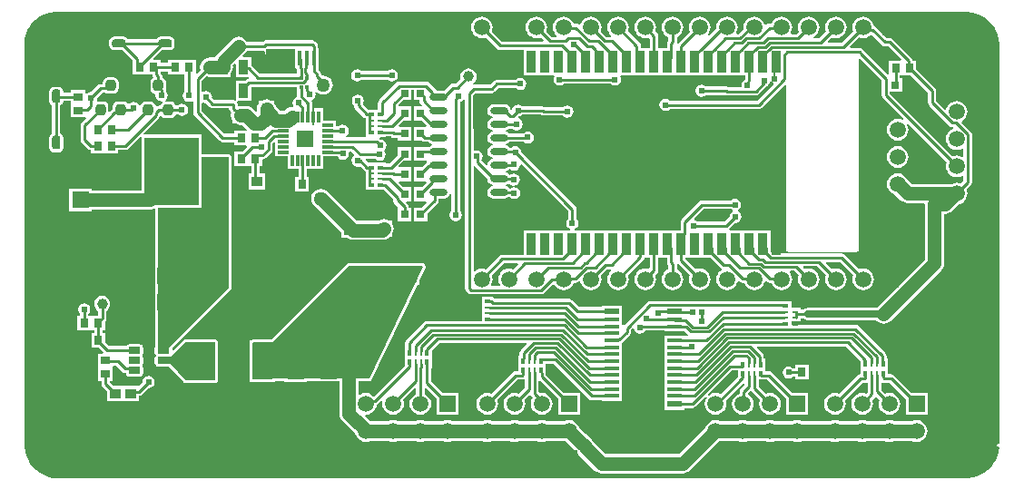
<source format=gtl>
G04*
G04 #@! TF.GenerationSoftware,Altium Limited,Altium Designer,21.5.1 (32)*
G04*
G04 Layer_Physical_Order=1*
G04 Layer_Color=255*
%FSLAX25Y25*%
%MOIN*%
G70*
G04*
G04 #@! TF.SameCoordinates,57825C85-18FE-47E2-A138-B6FF28981A54*
G04*
G04*
G04 #@! TF.FilePolarity,Positive*
G04*
G01*
G75*
%ADD14C,0.01000*%
%ADD15C,0.00600*%
G04:AMPARAMS|DCode=18|XSize=43.31mil|YSize=23.62mil|CornerRadius=2.01mil|HoleSize=0mil|Usage=FLASHONLY|Rotation=180.000|XOffset=0mil|YOffset=0mil|HoleType=Round|Shape=RoundedRectangle|*
%AMROUNDEDRECTD18*
21,1,0.04331,0.01961,0,0,180.0*
21,1,0.03929,0.02362,0,0,180.0*
1,1,0.00402,-0.01965,0.00980*
1,1,0.00402,0.01965,0.00980*
1,1,0.00402,0.01965,-0.00980*
1,1,0.00402,-0.01965,-0.00980*
%
%ADD18ROUNDEDRECTD18*%
%ADD19C,0.03937*%
%ADD20R,0.02244X0.01614*%
%ADD21R,0.02244X0.01024*%
%ADD22R,0.01614X0.02244*%
%ADD23R,0.01024X0.02244*%
%ADD24R,0.02953X0.03347*%
%ADD25R,0.19685X0.19685*%
%ADD26R,0.03543X0.07874*%
%ADD27R,0.03963X0.03773*%
%ADD28R,0.03150X0.03150*%
%ADD29O,0.06496X0.02559*%
%ADD30R,0.03773X0.03963*%
%ADD31R,0.05315X0.01575*%
%ADD32R,0.05315X0.02362*%
%ADD33R,0.02165X0.02362*%
%ADD34R,0.06127X0.05924*%
G04:AMPARAMS|DCode=35|XSize=37.4mil|YSize=39.37mil|CornerRadius=9.35mil|HoleSize=0mil|Usage=FLASHONLY|Rotation=0.000|XOffset=0mil|YOffset=0mil|HoleType=Round|Shape=RoundedRectangle|*
%AMROUNDEDRECTD35*
21,1,0.03740,0.02067,0,0,0.0*
21,1,0.01870,0.03937,0,0,0.0*
1,1,0.01870,0.00935,-0.01034*
1,1,0.01870,-0.00935,-0.01034*
1,1,0.01870,-0.00935,0.01034*
1,1,0.01870,0.00935,0.01034*
%
%ADD35ROUNDEDRECTD35*%
%ADD36R,0.01181X0.04147*%
%ADD37R,0.04147X0.01181*%
%ADD38R,0.06000X0.06000*%
%ADD39R,0.03347X0.02953*%
G04:AMPARAMS|DCode=40|XSize=50mil|YSize=30mil|CornerRadius=7.5mil|HoleSize=0mil|Usage=FLASHONLY|Rotation=90.000|XOffset=0mil|YOffset=0mil|HoleType=Round|Shape=RoundedRectangle|*
%AMROUNDEDRECTD40*
21,1,0.05000,0.01500,0,0,90.0*
21,1,0.03500,0.03000,0,0,90.0*
1,1,0.01500,0.00750,0.01750*
1,1,0.01500,0.00750,-0.01750*
1,1,0.01500,-0.00750,-0.01750*
1,1,0.01500,-0.00750,0.01750*
%
%ADD40ROUNDEDRECTD40*%
G04:AMPARAMS|DCode=41|XSize=50mil|YSize=30mil|CornerRadius=7.5mil|HoleSize=0mil|Usage=FLASHONLY|Rotation=0.000|XOffset=0mil|YOffset=0mil|HoleType=Round|Shape=RoundedRectangle|*
%AMROUNDEDRECTD41*
21,1,0.05000,0.01500,0,0,0.0*
21,1,0.03500,0.03000,0,0,0.0*
1,1,0.01500,0.01750,-0.00750*
1,1,0.01500,-0.01750,-0.00750*
1,1,0.01500,-0.01750,0.00750*
1,1,0.01500,0.01750,0.00750*
%
%ADD41ROUNDEDRECTD41*%
%ADD42R,0.01181X0.01181*%
%ADD43R,0.01772X0.05433*%
%ADD44R,0.05610X0.06102*%
%ADD45R,0.03937X0.07480*%
%ADD46R,0.07087X0.07480*%
%ADD47R,0.06496X0.05118*%
%ADD48R,0.04331X0.05512*%
%ADD49R,0.03543X0.05512*%
%ADD50R,0.07480X0.12598*%
%ADD51R,0.07480X0.03543*%
%ADD52R,0.05924X0.06127*%
%ADD53R,0.07284X0.13386*%
G04:AMPARAMS|DCode=54|XSize=118.9mil|YSize=38.19mil|CornerRadius=9.55mil|HoleSize=0mil|Usage=FLASHONLY|Rotation=270.000|XOffset=0mil|YOffset=0mil|HoleType=Round|Shape=RoundedRectangle|*
%AMROUNDEDRECTD54*
21,1,0.11890,0.01909,0,0,270.0*
21,1,0.09980,0.03819,0,0,270.0*
1,1,0.01909,-0.00955,-0.04990*
1,1,0.01909,-0.00955,0.04990*
1,1,0.01909,0.00955,0.04990*
1,1,0.01909,0.00955,-0.04990*
%
%ADD54ROUNDEDRECTD54*%
%ADD88R,0.20039X0.24882*%
%ADD89C,0.05000*%
%ADD90C,0.02500*%
%ADD91C,0.05906*%
%ADD92R,0.05906X0.05906*%
%ADD93R,0.05906X0.05906*%
%ADD94R,0.06299X0.06299*%
%ADD95C,0.06299*%
%ADD96C,0.23000*%
%ADD97C,0.02800*%
%ADD98C,0.02400*%
%ADD99C,0.05000*%
G36*
X349730Y173613D02*
X350548Y173619D01*
X352171Y173417D01*
X353754Y173005D01*
X355269Y172388D01*
X356689Y171577D01*
X357992Y170588D01*
X359153Y169436D01*
X360153Y168141D01*
X360975Y166727D01*
X361603Y165217D01*
X362029Y163637D01*
X362243Y162016D01*
X362243Y161198D01*
X362243Y161198D01*
X362243Y161198D01*
X362103Y15240D01*
X361887Y14829D01*
X361588Y14826D01*
X361378Y14613D01*
X361381Y14314D01*
X361593Y14104D01*
X361603Y14104D01*
X362103Y13692D01*
Y13576D01*
X361896Y12008D01*
X361487Y10481D01*
X360882Y9020D01*
X360091Y7650D01*
X359128Y6396D01*
X358010Y5277D01*
X356756Y4315D01*
X355386Y3524D01*
X353925Y2919D01*
X352398Y2510D01*
X350830Y2303D01*
X350039D01*
X16831Y2233D01*
X16825Y2233D01*
X16813Y2234D01*
X16801Y2234D01*
X16789Y2235D01*
X16783Y2236D01*
X16777Y2235D01*
X16767Y2234D01*
X16756Y2234D01*
X16745Y2234D01*
X15922Y2227D01*
X14298Y2427D01*
X12715Y2840D01*
X11200Y3456D01*
X9778Y4266D01*
X8475Y5255D01*
X7314Y6407D01*
X6313Y7701D01*
X5491Y9116D01*
X4862Y10626D01*
X4436Y12206D01*
X4221Y13827D01*
X4221Y14653D01*
X4222Y14667D01*
X4222Y14682D01*
X4224Y14696D01*
X4225Y14704D01*
X4224Y14711D01*
X4222Y14726D01*
X4221Y14741D01*
X4221Y14756D01*
X4223Y161772D01*
X4216Y162546D01*
X4407Y164083D01*
X4797Y165582D01*
X5381Y167017D01*
X6148Y168362D01*
X7085Y169596D01*
X8175Y170695D01*
X9401Y171642D01*
X10740Y172421D01*
X12170Y173016D01*
X13665Y173419D01*
X15201Y173623D01*
X15975Y173623D01*
X15975Y173623D01*
X349730Y173613D01*
D02*
G37*
%LPC*%
G36*
X312244Y171900D02*
X311212Y171764D01*
X310251Y171366D01*
X309425Y170732D01*
X308791Y169907D01*
X308393Y168945D01*
X308257Y167913D01*
X308393Y166882D01*
X308585Y166418D01*
X304358Y162190D01*
X299337D01*
X299146Y162652D01*
X300748Y164255D01*
X301212Y164062D01*
X302244Y163926D01*
X303276Y164062D01*
X304238Y164461D01*
X305063Y165094D01*
X305697Y165920D01*
X306095Y166882D01*
X306231Y167913D01*
X306095Y168945D01*
X305697Y169907D01*
X305063Y170732D01*
X304238Y171366D01*
X303276Y171764D01*
X302244Y171900D01*
X301212Y171764D01*
X300251Y171366D01*
X299425Y170732D01*
X298791Y169907D01*
X298393Y168945D01*
X298257Y167913D01*
X298393Y166882D01*
X298585Y166418D01*
X295958Y163790D01*
X293925D01*
X293826Y164290D01*
X294237Y164461D01*
X295063Y165094D01*
X295697Y165920D01*
X296095Y166882D01*
X296231Y167913D01*
X296095Y168945D01*
X295697Y169907D01*
X295063Y170732D01*
X294237Y171366D01*
X293276Y171764D01*
X292244Y171900D01*
X291212Y171764D01*
X290251Y171366D01*
X289425Y170732D01*
X288791Y169907D01*
X288393Y168945D01*
X288257Y167913D01*
X288393Y166882D01*
X288585Y166418D01*
X287558Y165390D01*
X285855D01*
X285634Y165839D01*
X285697Y165920D01*
X286095Y166882D01*
X286231Y167913D01*
X286095Y168945D01*
X285697Y169907D01*
X285063Y170732D01*
X284238Y171366D01*
X283276Y171764D01*
X282244Y171900D01*
X281212Y171764D01*
X280251Y171366D01*
X279425Y170732D01*
X278791Y169907D01*
X278523Y169259D01*
X277791D01*
X277206Y169142D01*
X276710Y168811D01*
X276582Y168683D01*
X276109Y168843D01*
X276095Y168945D01*
X275697Y169907D01*
X275063Y170732D01*
X274237Y171366D01*
X273276Y171764D01*
X272244Y171900D01*
X271212Y171764D01*
X270251Y171366D01*
X269425Y170732D01*
X268791Y169907D01*
X268393Y168945D01*
X268257Y167913D01*
X268346Y167240D01*
X266449Y165342D01*
X265819D01*
X265598Y165791D01*
X265697Y165920D01*
X266095Y166882D01*
X266231Y167913D01*
X266095Y168945D01*
X265697Y169907D01*
X265063Y170732D01*
X264237Y171366D01*
X263276Y171764D01*
X262244Y171900D01*
X261212Y171764D01*
X260251Y171366D01*
X259425Y170732D01*
X258791Y169907D01*
X258393Y168945D01*
X258257Y167913D01*
X258291Y167659D01*
X255586Y164954D01*
X255209Y165284D01*
X255217Y165294D01*
X255697Y165920D01*
X256095Y166882D01*
X256231Y167913D01*
X256095Y168945D01*
X255697Y169907D01*
X255063Y170732D01*
X254238Y171366D01*
X253276Y171764D01*
X252244Y171900D01*
X251212Y171764D01*
X250251Y171366D01*
X249425Y170732D01*
X248791Y169907D01*
X248393Y168945D01*
X248257Y167913D01*
X248393Y166882D01*
X248585Y166418D01*
X244273Y162105D01*
X244176Y161960D01*
X243705Y162155D01*
X243774Y162499D01*
Y164269D01*
X244237Y164461D01*
X245063Y165094D01*
X245697Y165920D01*
X246095Y166882D01*
X246231Y167913D01*
X246095Y168945D01*
X245697Y169907D01*
X245063Y170732D01*
X244237Y171366D01*
X243276Y171764D01*
X242244Y171900D01*
X241212Y171764D01*
X240251Y171366D01*
X239425Y170732D01*
X238791Y169907D01*
X238393Y168945D01*
X238257Y167913D01*
X238393Y166882D01*
X238791Y165920D01*
X239425Y165094D01*
X240251Y164461D01*
X240715Y164269D01*
Y163132D01*
X240545Y162962D01*
X240213Y162466D01*
X240097Y161881D01*
Y160232D01*
X236884D01*
Y164726D01*
X236767Y165312D01*
X236436Y165808D01*
X235880Y166363D01*
X236095Y166882D01*
X236231Y167913D01*
X236095Y168945D01*
X235697Y169907D01*
X235063Y170732D01*
X234238Y171366D01*
X233276Y171764D01*
X232244Y171900D01*
X231212Y171764D01*
X230251Y171366D01*
X229425Y170732D01*
X228791Y169907D01*
X228393Y168945D01*
X228257Y167913D01*
X228393Y166882D01*
X228791Y165920D01*
X229425Y165094D01*
X230251Y164461D01*
X231212Y164062D01*
X232244Y163926D01*
X233276Y164062D01*
X233325Y164083D01*
X233825Y163749D01*
Y160232D01*
X230612D01*
Y161075D01*
X230496Y161660D01*
X230164Y162156D01*
X225903Y166418D01*
X226095Y166882D01*
X226231Y167913D01*
X226095Y168945D01*
X225697Y169907D01*
X225063Y170732D01*
X224237Y171366D01*
X223276Y171764D01*
X222244Y171900D01*
X221212Y171764D01*
X220251Y171366D01*
X219425Y170732D01*
X218791Y169907D01*
X218393Y168945D01*
X218257Y167913D01*
X218393Y166882D01*
X218791Y165920D01*
X219425Y165094D01*
X219636Y164932D01*
X219466Y164432D01*
X217907D01*
X215909Y166431D01*
X216095Y166882D01*
X216231Y167913D01*
X216095Y168945D01*
X215697Y169907D01*
X215063Y170732D01*
X214237Y171366D01*
X213276Y171764D01*
X212244Y171900D01*
X211212Y171764D01*
X210251Y171366D01*
X209425Y170732D01*
X208791Y169907D01*
X208393Y168945D01*
X208380Y168843D01*
X207906Y168683D01*
X207778Y168811D01*
X207282Y169142D01*
X206697Y169259D01*
X205965D01*
X205697Y169907D01*
X205063Y170732D01*
X204238Y171366D01*
X203276Y171764D01*
X202244Y171900D01*
X201212Y171764D01*
X200251Y171366D01*
X199425Y170732D01*
X198791Y169907D01*
X198393Y168945D01*
X198257Y167913D01*
X198393Y166882D01*
X198791Y165920D01*
X199425Y165094D01*
X199648Y164923D01*
X199478Y164423D01*
X197897D01*
X195903Y166418D01*
X196095Y166882D01*
X196231Y167913D01*
X196095Y168945D01*
X195697Y169907D01*
X195063Y170732D01*
X194237Y171366D01*
X193276Y171764D01*
X192244Y171900D01*
X191212Y171764D01*
X190251Y171366D01*
X189425Y170732D01*
X188791Y169907D01*
X188393Y168945D01*
X188257Y167913D01*
X188393Y166882D01*
X188791Y165920D01*
X189425Y165094D01*
X190251Y164461D01*
X191212Y164062D01*
X192244Y163926D01*
X193276Y164062D01*
X193740Y164255D01*
X194850Y163145D01*
X194659Y162683D01*
X179638D01*
X175903Y166418D01*
X176095Y166882D01*
X176231Y167913D01*
X176095Y168945D01*
X175697Y169907D01*
X175063Y170732D01*
X174238Y171366D01*
X173276Y171764D01*
X172244Y171900D01*
X171212Y171764D01*
X170251Y171366D01*
X169425Y170732D01*
X168791Y169907D01*
X168393Y168945D01*
X168257Y167913D01*
X168393Y166882D01*
X168791Y165920D01*
X169425Y165094D01*
X170251Y164461D01*
X171212Y164062D01*
X172244Y163926D01*
X173276Y164062D01*
X173740Y164255D01*
X177923Y160072D01*
X178419Y159740D01*
X179004Y159624D01*
X187583D01*
Y150358D01*
X198536D01*
X198803Y149858D01*
X198617Y149579D01*
X198446Y148721D01*
X198617Y147862D01*
X199103Y147134D01*
X199831Y146648D01*
X200689Y146477D01*
X201547Y146648D01*
X202275Y147134D01*
X202313Y147191D01*
X219439D01*
X219477Y147134D01*
X220205Y146648D01*
X221063Y146477D01*
X221921Y146648D01*
X222649Y147134D01*
X223135Y147862D01*
X223306Y148721D01*
X223135Y149579D01*
X222949Y149858D01*
X223216Y150358D01*
X268825D01*
Y148979D01*
X268585Y148620D01*
X268579Y148590D01*
X268144Y148299D01*
X267658Y147572D01*
X267487Y146713D01*
X267563Y146329D01*
X267246Y145943D01*
X262676D01*
X262591Y146000D01*
X262005Y146116D01*
X254478D01*
X254440Y146173D01*
X253713Y146659D01*
X252854Y146830D01*
X251996Y146659D01*
X251268Y146173D01*
X250782Y145445D01*
X250611Y144587D01*
X250782Y143728D01*
X251268Y143000D01*
X251996Y142514D01*
X252854Y142343D01*
X253713Y142514D01*
X254440Y143000D01*
X254478Y143057D01*
X261508D01*
X261593Y143000D01*
X262179Y142884D01*
X272797D01*
X273382Y143000D01*
X273878Y143332D01*
X276754Y146208D01*
X276898Y146423D01*
X277374Y146741D01*
X277860Y147468D01*
X277979Y148068D01*
X278506Y148155D01*
X278689Y147882D01*
X279119Y147594D01*
X279164Y147585D01*
X279329Y147043D01*
X273185Y140900D01*
X241289D01*
X241251Y140956D01*
X240524Y141442D01*
X239665Y141613D01*
X238807Y141442D01*
X238079Y140956D01*
X237593Y140228D01*
X237422Y139370D01*
X237593Y138512D01*
X238079Y137784D01*
X238807Y137298D01*
X239665Y137127D01*
X240524Y137298D01*
X241251Y137784D01*
X241289Y137841D01*
X273819D01*
X274404Y137957D01*
X274900Y138289D01*
X283361Y146749D01*
X283823Y146558D01*
Y86398D01*
X283900Y86007D01*
X284121Y85677D01*
X284452Y85456D01*
X284842Y85378D01*
X309646D01*
X310036Y85456D01*
X310367Y85677D01*
X310588Y86007D01*
X310665Y86398D01*
Y156143D01*
X311127Y156335D01*
X319026Y148436D01*
Y142870D01*
X319142Y142285D01*
X319474Y141788D01*
X327062Y134200D01*
X326779Y133776D01*
X325934Y134127D01*
X324902Y134262D01*
X323870Y134127D01*
X322908Y133728D01*
X322082Y133095D01*
X321449Y132269D01*
X321051Y131307D01*
X320915Y130276D01*
X321051Y129244D01*
X321449Y128282D01*
X322082Y127456D01*
X322908Y126823D01*
X323870Y126425D01*
X324902Y126289D01*
X325934Y126425D01*
X326895Y126823D01*
X327721Y127456D01*
X328354Y128282D01*
X328753Y129244D01*
X328888Y130276D01*
X328753Y131307D01*
X328402Y132153D01*
X328826Y132436D01*
X342896Y118366D01*
X342704Y117902D01*
X342568Y116870D01*
X342704Y115838D01*
X343102Y114877D01*
X343736Y114051D01*
X344562Y113417D01*
X345523Y113019D01*
X346555Y112883D01*
X347587Y113019D01*
X348549Y113417D01*
X348630Y113480D01*
X349078Y113259D01*
Y111556D01*
X348051Y110529D01*
X347587Y110721D01*
X346555Y110857D01*
X345523Y110721D01*
X344749Y110400D01*
X330014D01*
X328502Y111913D01*
X328354Y112269D01*
X327721Y113095D01*
X326895Y113728D01*
X325934Y114127D01*
X324902Y114262D01*
X323870Y114127D01*
X322908Y113728D01*
X322082Y113095D01*
X321449Y112269D01*
X321051Y111308D01*
X320915Y110276D01*
X321051Y109244D01*
X321449Y108282D01*
X322082Y107456D01*
X322908Y106823D01*
X323870Y106425D01*
X324026Y106404D01*
X326056Y104374D01*
X326787Y103813D01*
X327638Y103460D01*
X328552Y103340D01*
X334527D01*
X334857Y102964D01*
X334856Y102953D01*
Y82708D01*
X317242Y65095D01*
X317087Y64893D01*
X291831D01*
X290953Y64718D01*
X290209Y64221D01*
X290147Y64128D01*
X289268D01*
Y64799D01*
X287825D01*
X287736Y64817D01*
X287648Y64799D01*
X285882D01*
Y67358D01*
X283010D01*
X282862Y67388D01*
X281399D01*
X281371Y67393D01*
X233945D01*
X233359Y67277D01*
X232863Y66945D01*
X224437Y58519D01*
X224402Y58468D01*
X223723Y58351D01*
X223638Y58414D01*
Y61402D01*
Y65764D01*
X216323D01*
Y65112D01*
X208015D01*
X205412Y67715D01*
X204916Y68047D01*
X204331Y68163D01*
X176972D01*
X176830Y68306D01*
X176374Y68610D01*
Y69032D01*
X172130D01*
Y65417D01*
Y63449D01*
Y59994D01*
X152004D01*
X151419Y59878D01*
X150923Y59546D01*
X144489Y53113D01*
X144158Y52617D01*
X144042Y52031D01*
Y50350D01*
X143764D01*
Y46106D01*
Y43702D01*
X132487Y32426D01*
X132429Y32429D01*
X131604Y33063D01*
X130642Y33461D01*
X129610Y33597D01*
X128578Y33461D01*
X127617Y33063D01*
X127404Y32899D01*
X126955Y33121D01*
Y36516D01*
X126857Y37263D01*
Y37795D01*
X130807D01*
X130975Y37829D01*
X131144Y37853D01*
X131169Y37867D01*
X131197Y37873D01*
X131340Y37968D01*
X131487Y38055D01*
X131504Y38078D01*
X131528Y38094D01*
X131623Y38236D01*
X131726Y38373D01*
X148528Y73307D01*
X149331D01*
Y74976D01*
X151483Y79450D01*
X151512Y79561D01*
X151558Y79665D01*
X151561Y79751D01*
X151582Y79835D01*
X151566Y79948D01*
X151569Y80063D01*
X151538Y80143D01*
X151526Y80229D01*
X151468Y80327D01*
X151427Y80434D01*
X151161Y80858D01*
X151083Y80941D01*
X151019Y81036D01*
X150947Y81084D01*
X150888Y81147D01*
X150783Y81193D01*
X150688Y81257D01*
X150603Y81274D01*
X150525Y81309D01*
X150410Y81312D01*
X150298Y81335D01*
X123268D01*
X122878Y81257D01*
X122547Y81036D01*
X94845Y53335D01*
X88268D01*
X87878Y53257D01*
X87547Y53036D01*
X87528Y53008D01*
X87051D01*
Y37622D01*
X96335D01*
Y37795D01*
X99700D01*
Y37721D01*
X107827D01*
Y37795D01*
X111881D01*
Y37773D01*
X119797D01*
Y36614D01*
X119895Y35867D01*
Y26040D01*
X120015Y25127D01*
X120368Y24275D01*
X120929Y23544D01*
X125739Y18734D01*
X125759Y18578D01*
X126157Y17617D01*
X126791Y16791D01*
X127617Y16158D01*
X128578Y15759D01*
X129610Y15623D01*
X130642Y15759D01*
X131417Y16080D01*
X137804D01*
X138578Y15759D01*
X139610Y15623D01*
X140642Y15759D01*
X141417Y16080D01*
X147804D01*
X148578Y15759D01*
X149610Y15623D01*
X150642Y15759D01*
X151417Y16080D01*
X157804D01*
X158578Y15759D01*
X159610Y15623D01*
X160642Y15759D01*
X161417Y16080D01*
X172384D01*
X173159Y15759D01*
X174191Y15623D01*
X175223Y15759D01*
X175997Y16080D01*
X182384D01*
X183159Y15759D01*
X184191Y15623D01*
X185223Y15759D01*
X185997Y16080D01*
X192384D01*
X193159Y15759D01*
X194191Y15623D01*
X195223Y15759D01*
X195997Y16080D01*
X202384D01*
X202972Y15837D01*
X205642Y13167D01*
X206373Y12606D01*
X206577Y12521D01*
X207102Y11996D01*
X207186Y11792D01*
X207747Y11061D01*
X213710Y5098D01*
X214441Y4537D01*
X215293Y4185D01*
X216206Y4064D01*
X245992D01*
X246905Y4185D01*
X247757Y4537D01*
X248488Y5098D01*
X259226Y15837D01*
X259814Y16080D01*
X266201D01*
X266975Y15759D01*
X268007Y15623D01*
X269039Y15759D01*
X269814Y16080D01*
X276201D01*
X276975Y15759D01*
X278007Y15623D01*
X279039Y15759D01*
X279814Y16080D01*
X286201D01*
X286976Y15759D01*
X288007Y15623D01*
X289039Y15759D01*
X289814Y16080D01*
X300018D01*
X300792Y15759D01*
X301824Y15623D01*
X302856Y15759D01*
X303630Y16080D01*
X310018D01*
X310792Y15759D01*
X311824Y15623D01*
X312856Y15759D01*
X313631Y16080D01*
X320018D01*
X320792Y15759D01*
X321824Y15623D01*
X322856Y15759D01*
X323630Y16080D01*
X330018D01*
X330792Y15759D01*
X331824Y15623D01*
X332856Y15759D01*
X333818Y16158D01*
X334643Y16791D01*
X335277Y17617D01*
X335675Y18578D01*
X335811Y19610D01*
X335675Y20642D01*
X335277Y21604D01*
X334643Y22429D01*
X333818Y23063D01*
X332856Y23461D01*
X331824Y23597D01*
X330792Y23461D01*
X330018Y23140D01*
X323630D01*
X322856Y23461D01*
X321824Y23597D01*
X320792Y23461D01*
X320018Y23140D01*
X313631D01*
X312856Y23461D01*
X311824Y23597D01*
X310792Y23461D01*
X310018Y23140D01*
X303630D01*
X302856Y23461D01*
X301824Y23597D01*
X300792Y23461D01*
X300018Y23140D01*
X289814D01*
X289039Y23461D01*
X288007Y23597D01*
X286976Y23461D01*
X286201Y23140D01*
X279814D01*
X279039Y23461D01*
X278007Y23597D01*
X276975Y23461D01*
X276201Y23140D01*
X269814D01*
X269039Y23461D01*
X268007Y23597D01*
X266975Y23461D01*
X266201Y23140D01*
X259814D01*
X259039Y23461D01*
X258007Y23597D01*
X256976Y23461D01*
X256014Y23063D01*
X255188Y22429D01*
X254555Y21604D01*
X254234Y20829D01*
X244529Y11125D01*
X217669D01*
X213385Y15408D01*
X213301Y15612D01*
X212740Y16343D01*
X210924Y18159D01*
X210193Y18720D01*
X209989Y18805D01*
X207964Y20829D01*
X207643Y21604D01*
X207010Y22429D01*
X206184Y23063D01*
X205223Y23461D01*
X204191Y23597D01*
X203159Y23461D01*
X202384Y23140D01*
X195997D01*
X195223Y23461D01*
X194191Y23597D01*
X193159Y23461D01*
X192384Y23140D01*
X185997D01*
X185223Y23461D01*
X184191Y23597D01*
X183159Y23461D01*
X182384Y23140D01*
X175997D01*
X175223Y23461D01*
X174191Y23597D01*
X173159Y23461D01*
X172384Y23140D01*
X161417D01*
X160642Y23461D01*
X159610Y23597D01*
X158578Y23461D01*
X157804Y23140D01*
X151417D01*
X150642Y23461D01*
X149610Y23597D01*
X148578Y23461D01*
X147804Y23140D01*
X141417D01*
X140642Y23461D01*
X139610Y23597D01*
X138578Y23461D01*
X137804Y23140D01*
X131417D01*
X131247Y23211D01*
X129267Y25191D01*
X129488Y25639D01*
X129610Y25623D01*
X130642Y25759D01*
X131604Y26158D01*
X132429Y26791D01*
X133063Y27617D01*
X133461Y28578D01*
X133552Y29265D01*
X133855Y29467D01*
X135351Y30964D01*
X135775Y30681D01*
X135759Y30642D01*
X135623Y29610D01*
X135759Y28578D01*
X136158Y27617D01*
X136791Y26791D01*
X137617Y26158D01*
X138578Y25759D01*
X139610Y25623D01*
X140642Y25759D01*
X141604Y26158D01*
X142429Y26791D01*
X143063Y27617D01*
X143461Y28578D01*
X143597Y29610D01*
X143461Y30642D01*
X143269Y31106D01*
X147619Y35456D01*
X148081Y35265D01*
Y33255D01*
X147617Y33063D01*
X146791Y32429D01*
X146158Y31604D01*
X145759Y30642D01*
X145623Y29610D01*
X145759Y28578D01*
X146158Y27617D01*
X146791Y26791D01*
X147617Y26158D01*
X148578Y25759D01*
X149610Y25623D01*
X150642Y25759D01*
X151604Y26158D01*
X152429Y26791D01*
X153063Y27617D01*
X153461Y28578D01*
X153597Y29610D01*
X153461Y30642D01*
X153063Y31604D01*
X152429Y32429D01*
X151604Y33063D01*
X151140Y33255D01*
Y35265D01*
X151602Y35456D01*
X155657Y31400D01*
Y25657D01*
X163563D01*
Y33563D01*
X157820D01*
X153596Y37787D01*
Y42720D01*
X153874D01*
Y46106D01*
Y49369D01*
X156474Y51969D01*
X188465D01*
X188657Y51507D01*
X186529Y49379D01*
X186197Y48883D01*
X186081Y48298D01*
Y47417D01*
X185496D01*
Y43173D01*
Y41636D01*
X184687D01*
X184101Y41519D01*
X183605Y41188D01*
X175687Y33269D01*
X175223Y33461D01*
X174191Y33597D01*
X173159Y33461D01*
X172197Y33063D01*
X171372Y32429D01*
X170738Y31604D01*
X170340Y30642D01*
X170204Y29610D01*
X170340Y28578D01*
X170738Y27617D01*
X171372Y26791D01*
X172197Y26158D01*
X173159Y25759D01*
X174191Y25623D01*
X175223Y25759D01*
X176184Y26158D01*
X177010Y26791D01*
X177643Y27617D01*
X178042Y28578D01*
X178178Y29610D01*
X178042Y30642D01*
X177849Y31106D01*
X185320Y38577D01*
X186996D01*
X187538Y38685D01*
X187663Y38668D01*
X188038Y38468D01*
Y35620D01*
X185687Y33269D01*
X185223Y33461D01*
X184191Y33597D01*
X183159Y33461D01*
X182197Y33063D01*
X181372Y32429D01*
X180738Y31604D01*
X180340Y30642D01*
X180204Y29610D01*
X180340Y28578D01*
X180738Y27617D01*
X181372Y26791D01*
X182197Y26158D01*
X183159Y25759D01*
X184191Y25623D01*
X185223Y25759D01*
X186184Y26158D01*
X187010Y26791D01*
X187643Y27617D01*
X188042Y28578D01*
X188178Y29610D01*
X188042Y30642D01*
X187849Y31106D01*
X189579Y32836D01*
X190122Y32671D01*
X190122Y32667D01*
X190454Y32171D01*
X190861Y31764D01*
X190738Y31604D01*
X190340Y30642D01*
X190204Y29610D01*
X190340Y28578D01*
X190738Y27617D01*
X191372Y26791D01*
X192197Y26158D01*
X193159Y25759D01*
X194191Y25623D01*
X195223Y25759D01*
X196184Y26158D01*
X197010Y26791D01*
X197643Y27617D01*
X198042Y28578D01*
X198178Y29610D01*
X198042Y30642D01*
X197643Y31604D01*
X197010Y32429D01*
X196184Y33063D01*
X195223Y33461D01*
X194191Y33597D01*
X193451Y33500D01*
X193065Y33886D01*
Y37920D01*
X193527Y38111D01*
X200238Y31400D01*
Y25657D01*
X208143D01*
Y33563D01*
X202401D01*
X195636Y40328D01*
Y41012D01*
X195606Y41160D01*
Y44356D01*
X198628D01*
X211586Y31399D01*
X212082Y31067D01*
X212667Y30951D01*
X216323D01*
Y30693D01*
X223638D01*
Y33252D01*
Y35811D01*
Y38370D01*
Y40929D01*
Y43488D01*
Y46047D01*
Y48606D01*
Y52057D01*
X223791Y52159D01*
X226599Y54968D01*
X226931Y55464D01*
X227047Y56049D01*
Y56804D01*
X227523Y57279D01*
X228066Y57115D01*
X228144Y56720D01*
X228630Y55993D01*
X229358Y55506D01*
X230217Y55336D01*
X231075Y55506D01*
X231803Y55993D01*
X232169Y56542D01*
X239354D01*
Y56283D01*
X246595D01*
X247820Y55058D01*
X247934Y54982D01*
X247782Y54482D01*
X246669D01*
Y54740D01*
X239354D01*
Y51165D01*
Y48606D01*
Y46047D01*
Y43488D01*
Y40929D01*
Y38370D01*
Y35811D01*
Y33252D01*
Y30693D01*
Y27346D01*
X246669D01*
Y27998D01*
X249494D01*
X250079Y28115D01*
X250576Y28446D01*
X254555Y32426D01*
X254932Y32096D01*
X254555Y31604D01*
X254156Y30642D01*
X254021Y29610D01*
X254156Y28578D01*
X254555Y27617D01*
X255188Y26791D01*
X256014Y26158D01*
X256976Y25759D01*
X258007Y25623D01*
X259039Y25759D01*
X260001Y26158D01*
X260826Y26791D01*
X261460Y27617D01*
X261858Y28578D01*
X261994Y29610D01*
X261858Y30642D01*
X261801Y30780D01*
X268168Y37147D01*
X268658Y36957D01*
X268696Y36610D01*
X267231Y35144D01*
X266899Y34648D01*
X266783Y34063D01*
Y33382D01*
X266014Y33063D01*
X265188Y32429D01*
X264555Y31604D01*
X264156Y30642D01*
X264020Y29610D01*
X264156Y28578D01*
X264555Y27617D01*
X265188Y26791D01*
X266014Y26158D01*
X266975Y25759D01*
X268007Y25623D01*
X269039Y25759D01*
X270001Y26158D01*
X270827Y26791D01*
X271460Y27617D01*
X271858Y28578D01*
X271994Y29610D01*
X271858Y30642D01*
X271460Y31604D01*
X270827Y32429D01*
X270058Y33019D01*
X270002Y33335D01*
X270003Y33591D01*
X270675Y34263D01*
X271209Y34245D01*
X274349Y31106D01*
X274156Y30642D01*
X274021Y29610D01*
X274156Y28578D01*
X274555Y27617D01*
X275188Y26791D01*
X276014Y26158D01*
X276975Y25759D01*
X278007Y25623D01*
X279039Y25759D01*
X280001Y26158D01*
X280826Y26791D01*
X281460Y27617D01*
X281858Y28578D01*
X281994Y29610D01*
X281858Y30642D01*
X281460Y31604D01*
X280826Y32429D01*
X280001Y33063D01*
X279039Y33461D01*
X278007Y33597D01*
X276975Y33461D01*
X276512Y33269D01*
X273774Y36007D01*
Y38528D01*
X276315D01*
Y38530D01*
X276925D01*
X284055Y31400D01*
Y25657D01*
X291960D01*
Y33563D01*
X286217D01*
X278640Y41140D01*
X278144Y41472D01*
X277559Y41588D01*
X276315D01*
Y46158D01*
X275730D01*
Y47038D01*
X275614Y47623D01*
X275282Y48119D01*
X273154Y50247D01*
X273346Y50709D01*
X305829D01*
X311283Y45254D01*
Y40455D01*
X311139D01*
X310554Y40338D01*
X310058Y40007D01*
X303320Y33269D01*
X302856Y33461D01*
X301824Y33597D01*
X300792Y33461D01*
X299831Y33063D01*
X299005Y32429D01*
X298371Y31604D01*
X297973Y30642D01*
X297837Y29610D01*
X297973Y28578D01*
X298371Y27617D01*
X299005Y26791D01*
X299831Y26158D01*
X300792Y25759D01*
X301824Y25623D01*
X302856Y25759D01*
X303818Y26158D01*
X304643Y26791D01*
X305277Y27617D01*
X305675Y28578D01*
X305811Y29610D01*
X305675Y30642D01*
X305483Y31106D01*
X311773Y37396D01*
X312784D01*
X313325Y37503D01*
X313450Y37487D01*
X313825Y37287D01*
Y33774D01*
X313320Y33269D01*
X312856Y33461D01*
X311824Y33597D01*
X310792Y33461D01*
X309831Y33063D01*
X309005Y32429D01*
X308371Y31604D01*
X307973Y30642D01*
X307837Y29610D01*
X307973Y28578D01*
X308371Y27617D01*
X309005Y26791D01*
X309831Y26158D01*
X310792Y25759D01*
X311824Y25623D01*
X312856Y25759D01*
X313818Y26158D01*
X314643Y26791D01*
X315277Y27617D01*
X315675Y28578D01*
X315811Y29610D01*
X315675Y30642D01*
X315483Y31106D01*
X316436Y32059D01*
X316528Y32197D01*
X317025Y32246D01*
X318165Y31106D01*
X317973Y30642D01*
X317837Y29610D01*
X317973Y28578D01*
X318371Y27617D01*
X319005Y26791D01*
X319831Y26158D01*
X320792Y25759D01*
X321824Y25623D01*
X322856Y25759D01*
X323817Y26158D01*
X324643Y26791D01*
X325277Y27617D01*
X325675Y28578D01*
X325811Y29610D01*
X325675Y30642D01*
X325277Y31604D01*
X324643Y32429D01*
X323817Y33063D01*
X322856Y33461D01*
X321824Y33597D01*
X320792Y33461D01*
X320328Y33269D01*
X318852Y34745D01*
Y37287D01*
X319227Y37487D01*
X319352Y37503D01*
X319894Y37396D01*
X321876D01*
X327871Y31400D01*
Y25657D01*
X335777D01*
Y33563D01*
X330034D01*
X323591Y40007D01*
X323094Y40338D01*
X322509Y40455D01*
X321394D01*
Y41992D01*
Y46236D01*
X320809D01*
Y47117D01*
X320692Y47702D01*
X320361Y48198D01*
X310439Y58120D01*
X309943Y58451D01*
X309358Y58568D01*
X285882D01*
Y59807D01*
X287648D01*
X287736Y59790D01*
X287825Y59807D01*
X289268D01*
Y61069D01*
X290147D01*
X290209Y60976D01*
X290953Y60479D01*
X291831Y60304D01*
X317087D01*
X317242Y60102D01*
X317973Y59541D01*
X318825Y59188D01*
X319738Y59068D01*
X320652Y59188D01*
X321503Y59541D01*
X322235Y60102D01*
X340882Y78750D01*
X341443Y79481D01*
X341796Y80332D01*
X341916Y81246D01*
Y99423D01*
X342393D01*
X343306Y99543D01*
X344158Y99896D01*
X344889Y100457D01*
X347431Y102998D01*
X347587Y103019D01*
X348549Y103417D01*
X349374Y104051D01*
X350008Y104877D01*
X350406Y105838D01*
X350542Y106870D01*
X350406Y107902D01*
X350214Y108366D01*
X351689Y109841D01*
X352021Y110338D01*
X352137Y110923D01*
Y128549D01*
X352021Y129134D01*
X351689Y129630D01*
X348410Y132910D01*
X348491Y133321D01*
X348583Y133444D01*
X349374Y134051D01*
X350008Y134877D01*
X350406Y135838D01*
X350542Y136870D01*
X350406Y137902D01*
X350008Y138864D01*
X349374Y139689D01*
X348549Y140323D01*
X347587Y140721D01*
X346555Y140857D01*
X345523Y140721D01*
X344562Y140323D01*
X343736Y139689D01*
X343102Y138864D01*
X342704Y137902D01*
X342691Y137800D01*
X342217Y137639D01*
X339072Y140785D01*
Y144544D01*
X338955Y145129D01*
X338624Y145625D01*
X331709Y152541D01*
Y155724D01*
X330323D01*
X330223Y156224D01*
X329892Y156720D01*
X323030Y163581D01*
X322534Y163913D01*
X321949Y164029D01*
X320830D01*
X316803Y168056D01*
X316307Y168388D01*
X316165Y168416D01*
X316095Y168945D01*
X315697Y169907D01*
X315063Y170732D01*
X314237Y171366D01*
X313276Y171764D01*
X312244Y171900D01*
D02*
G37*
G36*
X57628Y164542D02*
X54128D01*
X53445Y164406D01*
X52866Y164020D01*
X52544Y163537D01*
X42212D01*
X41890Y164020D01*
X41311Y164406D01*
X40628Y164542D01*
X37128D01*
X36445Y164406D01*
X35866Y164020D01*
X35480Y163441D01*
X35344Y162758D01*
Y161258D01*
X35480Y160575D01*
X35866Y159996D01*
X36445Y159609D01*
X37128Y159474D01*
X40249D01*
X44049Y155674D01*
Y154323D01*
X44079Y154175D01*
Y150673D01*
X48697D01*
X49031Y150673D01*
Y150673D01*
X49197D01*
Y150673D01*
X51120D01*
Y150622D01*
X51237Y150037D01*
X51435Y149740D01*
X51375Y149192D01*
X51316Y149086D01*
X51016Y148885D01*
X50589Y148245D01*
X50438Y147490D01*
Y145423D01*
X50589Y144668D01*
X51016Y144028D01*
X51656Y143600D01*
X51996Y143533D01*
X52395Y142976D01*
X52383Y142913D01*
X52554Y142055D01*
X53040Y141327D01*
X53768Y140841D01*
X54626Y140670D01*
X54901Y140725D01*
X55096Y140254D01*
X54756Y140027D01*
X54329Y139387D01*
X54277Y139128D01*
X53716D01*
X53131Y139011D01*
X52970Y138904D01*
X52415Y139134D01*
X52364Y139387D01*
X51936Y140027D01*
X51296Y140455D01*
X50541Y140605D01*
X48671D01*
X47916Y140455D01*
X47276Y140027D01*
X46848Y139387D01*
X46828Y139283D01*
X46653Y139231D01*
X46308Y139230D01*
X45877Y139874D01*
X45150Y140360D01*
X44291Y140531D01*
X43433Y140360D01*
X42747Y139901D01*
X42677Y139876D01*
X42134Y139918D01*
X41995Y140125D01*
X41355Y140553D01*
X40600Y140703D01*
X38730D01*
X37975Y140553D01*
X37335Y140125D01*
X36908Y139485D01*
X36757Y138730D01*
Y137883D01*
X36301Y137578D01*
X35593Y136870D01*
X35093Y137077D01*
Y138730D01*
X34943Y139485D01*
X34515Y140125D01*
X33875Y140553D01*
X33120Y140703D01*
X31250D01*
X31080Y140669D01*
X30779Y141119D01*
X30812Y141169D01*
X30983Y142028D01*
X30970Y142095D01*
X32810Y143934D01*
X33883D01*
X34235Y143699D01*
X34990Y143549D01*
X36860D01*
X37615Y143699D01*
X38255Y144127D01*
X38683Y144767D01*
X38833Y145522D01*
Y147589D01*
X38683Y148344D01*
X38255Y148984D01*
X37615Y149411D01*
X36860Y149562D01*
X34990D01*
X34235Y149411D01*
X33595Y148984D01*
X33167Y148344D01*
X33017Y147589D01*
Y146993D01*
X32176D01*
X31591Y146877D01*
X31095Y146545D01*
X28807Y144257D01*
X28740Y144271D01*
X27882Y144100D01*
X27189Y143637D01*
X26760Y143733D01*
X26689Y143755D01*
Y144898D01*
X21342D01*
Y143951D01*
X18431D01*
Y144207D01*
X18295Y144889D01*
X17909Y145468D01*
X17330Y145855D01*
X16647Y145991D01*
X15147D01*
X14464Y145855D01*
X13885Y145468D01*
X13498Y144889D01*
X13363Y144207D01*
Y140707D01*
X13498Y140024D01*
X13885Y139445D01*
X14367Y139123D01*
Y128791D01*
X13885Y128468D01*
X13498Y127890D01*
X13363Y127207D01*
Y123707D01*
X13498Y123024D01*
X13885Y122445D01*
X14464Y122058D01*
X15147Y121922D01*
X16647D01*
X17330Y122058D01*
X17909Y122445D01*
X18295Y123024D01*
X18431Y123707D01*
Y127207D01*
X18295Y127890D01*
X17909Y128468D01*
X17426Y128791D01*
Y139123D01*
X17909Y139445D01*
X18295Y140024D01*
X18431Y140707D01*
Y140892D01*
X21342D01*
Y139945D01*
X21342D01*
Y139779D01*
X21342D01*
Y134827D01*
X26214D01*
X26543Y134827D01*
X26792Y134374D01*
X26777Y134353D01*
X25297Y132873D01*
X24965Y132377D01*
X24849Y131791D01*
Y126575D01*
X24965Y125989D01*
X25297Y125493D01*
X27462Y123328D01*
X27958Y122996D01*
X28543Y122880D01*
X28626D01*
Y121736D01*
X33579D01*
Y121736D01*
X33744D01*
Y121736D01*
X38697D01*
Y122880D01*
X41264D01*
X41849Y122996D01*
X42345Y123328D01*
X46786Y127769D01*
X47248Y127577D01*
Y108030D01*
X28917D01*
Y108650D01*
X20618D01*
Y100350D01*
X28917D01*
Y100970D01*
X50165D01*
X51079Y101090D01*
X51748Y101367D01*
X52175Y101145D01*
X52248Y101056D01*
Y80541D01*
X52102D01*
Y72414D01*
X52248D01*
Y71076D01*
X52102D01*
Y62949D01*
X52248D01*
Y50878D01*
X52172Y50764D01*
X52079Y50295D01*
Y48335D01*
X52172Y47866D01*
X52182Y47851D01*
X52437Y47421D01*
X52172Y47024D01*
X52079Y46555D01*
Y44594D01*
X52172Y44126D01*
X52437Y43729D01*
X52472Y43705D01*
X52547Y43594D01*
X52877Y43373D01*
X53268Y43295D01*
X57319D01*
X62516Y37626D01*
X62534Y37613D01*
X62547Y37594D01*
X62694Y37495D01*
X62837Y37391D01*
X62859Y37385D01*
X62878Y37373D01*
X63051Y37338D01*
X63223Y37296D01*
X63246Y37300D01*
X63268Y37295D01*
X74268D01*
X74658Y37373D01*
X74989Y37594D01*
X75210Y37925D01*
X75287Y38315D01*
Y52315D01*
X75210Y52705D01*
X74989Y53036D01*
X74658Y53257D01*
X74268Y53335D01*
X63268D01*
X62878Y53257D01*
X62547Y53036D01*
X58918Y49408D01*
X58457Y49599D01*
Y50062D01*
X79989Y71594D01*
X80210Y71925D01*
X80287Y72315D01*
Y120276D01*
X80210Y120666D01*
X79989Y120997D01*
X79658Y121218D01*
X79268Y121295D01*
X69287D01*
Y128465D01*
X48135D01*
X47944Y128927D01*
X53658Y134641D01*
X53989Y135137D01*
X54032Y135354D01*
X54563Y135459D01*
X54756Y135170D01*
X55397Y134742D01*
X56152Y134592D01*
X58022D01*
X58777Y134742D01*
X59417Y135170D01*
X59844Y135810D01*
X59896Y136069D01*
X60447D01*
X60510Y135974D01*
X61238Y135487D01*
X62096Y135317D01*
X62955Y135487D01*
X63683Y135974D01*
X64169Y136701D01*
X64340Y137560D01*
X64169Y138418D01*
X63683Y139146D01*
X62955Y139632D01*
X62096Y139803D01*
X61238Y139632D01*
X60510Y139146D01*
X60498Y139128D01*
X59896D01*
X59844Y139387D01*
X59417Y140027D01*
X58777Y140455D01*
X58022Y140605D01*
X56152D01*
X55980Y140571D01*
X55785Y141042D01*
X56212Y141327D01*
X56698Y142055D01*
X56869Y142913D01*
X56698Y143772D01*
X56212Y144500D01*
X56060Y144601D01*
X56104Y144668D01*
X56254Y145423D01*
Y147490D01*
X56104Y148245D01*
X55677Y148885D01*
X55036Y149313D01*
X54876Y149345D01*
Y149925D01*
X54759Y150511D01*
X54428Y151007D01*
X54216Y151219D01*
X54268Y151719D01*
X57071D01*
Y150575D01*
X61689D01*
X62024Y150575D01*
X62524Y150575D01*
X63087D01*
Y144472D01*
X62981Y144401D01*
X62495Y143673D01*
X62324Y142815D01*
X62495Y141957D01*
X62981Y141229D01*
X63709Y140743D01*
X64567Y140572D01*
X65425Y140743D01*
X65786Y140983D01*
X66286Y140716D01*
Y136516D01*
X66402Y135931D01*
X66733Y135434D01*
X75985Y126182D01*
X76482Y125851D01*
X77067Y125734D01*
X81382D01*
Y124591D01*
X85697D01*
X85904Y124091D01*
X84172Y122358D01*
X81382D01*
Y117012D01*
X86000D01*
X86335Y117012D01*
Y117012D01*
X86500D01*
Y117012D01*
X87447D01*
Y114107D01*
X86491D01*
Y108334D01*
X92453D01*
Y114107D01*
X90506D01*
Y117012D01*
X91453D01*
Y119329D01*
X91729D01*
X92314Y119445D01*
X92810Y119777D01*
X94877Y121843D01*
X95208Y122339D01*
X95325Y122924D01*
Y125259D01*
X95777Y125711D01*
X96239Y125520D01*
Y120462D01*
X100878D01*
Y115823D01*
X104786D01*
Y113106D01*
X103724D01*
Y107760D01*
X108677D01*
Y113106D01*
X107844D01*
Y115823D01*
X113902D01*
Y120462D01*
X118540D01*
Y120523D01*
X119139D01*
X119575Y119871D01*
X120303Y119384D01*
X121161Y119214D01*
X122020Y119384D01*
X122748Y119871D01*
X123234Y120598D01*
X123405Y121457D01*
X123298Y121992D01*
X123603Y122401D01*
X124131Y122426D01*
X125302Y121256D01*
X125252Y120758D01*
X124989Y120582D01*
X124503Y119854D01*
X124332Y118996D01*
X124503Y118138D01*
X124989Y117410D01*
X125716Y116924D01*
X126575Y116753D01*
X127430Y116923D01*
X128997Y115356D01*
X129453Y115051D01*
Y112661D01*
Y108134D01*
X136101D01*
X139595Y104640D01*
Y104515D01*
X139711Y103929D01*
X140043Y103433D01*
X141389Y102087D01*
X141224Y101689D01*
X141224D01*
Y96539D01*
X146374D01*
Y101689D01*
X145329D01*
Y101840D01*
X145212Y102425D01*
X144881Y102921D01*
X144294Y103508D01*
X144485Y103970D01*
X146374D01*
Y109120D01*
X143387D01*
X141606Y110901D01*
X141813Y111401D01*
X146374D01*
Y116551D01*
X141813D01*
X141606Y117051D01*
X143387Y118833D01*
X146374D01*
Y123982D01*
X141224D01*
Y120995D01*
X138195Y117966D01*
X137083D01*
Y118244D01*
X130435D01*
X129508Y119170D01*
X129700Y119632D01*
X133022D01*
X133060Y119575D01*
X133787Y119089D01*
X134646Y118918D01*
X135504Y119089D01*
X136232Y119575D01*
X136718Y120303D01*
X136889Y121161D01*
X136718Y122020D01*
X136242Y122732D01*
X136527Y122922D01*
X137013Y123650D01*
X137184Y124508D01*
X137013Y125366D01*
X136527Y126094D01*
X135799Y126580D01*
X134941Y126751D01*
X134629Y127079D01*
X134806Y127524D01*
X137083D01*
Y127801D01*
X138864D01*
X138909Y127757D01*
X139405Y127425D01*
X139990Y127309D01*
X141224D01*
Y126264D01*
X146374D01*
Y131413D01*
X141813D01*
X141606Y131913D01*
X143387Y133695D01*
X146374D01*
Y138844D01*
X141644D01*
X141606Y139344D01*
X143387Y141126D01*
X146374D01*
Y144846D01*
X147130D01*
Y141126D01*
X149250D01*
Y140854D01*
X149367Y140269D01*
X149698Y139773D01*
X150165Y139306D01*
X149973Y138844D01*
X147130D01*
Y133695D01*
X150117D01*
X151898Y131913D01*
X151697Y131427D01*
X151674Y131413D01*
X147130D01*
Y126264D01*
X150117D01*
X150159Y126222D01*
X150655Y125890D01*
X151240Y125774D01*
X152611D01*
X152687Y125660D01*
X153441Y125156D01*
X153933Y125058D01*
Y124548D01*
X153441Y124450D01*
X152771Y124003D01*
X152279Y123982D01*
X152279Y123982D01*
X152279Y123982D01*
X147130D01*
Y118833D01*
X151869D01*
X152020Y118333D01*
X151652Y118086D01*
X150117Y116551D01*
X147130D01*
Y111401D01*
X151691D01*
X151898Y110901D01*
X150117Y109120D01*
X147130D01*
Y103970D01*
X151691D01*
X151898Y103470D01*
X150117Y101689D01*
X147130D01*
Y96539D01*
X152279D01*
Y99526D01*
X155912Y103159D01*
X156244Y103655D01*
X156360Y104240D01*
Y104979D01*
X158268D01*
X159157Y105156D01*
X159911Y105660D01*
X160415Y106414D01*
X160511Y106894D01*
X160669Y106964D01*
X161041Y106999D01*
X161069Y106965D01*
Y100541D01*
X161012Y100503D01*
X160526Y99776D01*
X160355Y98917D01*
X160526Y98059D01*
X161012Y97331D01*
X161740Y96845D01*
X162598Y96674D01*
X163457Y96845D01*
X164184Y97331D01*
X164671Y98059D01*
X164841Y98917D01*
X164671Y99776D01*
X164184Y100503D01*
X164128Y100541D01*
Y140597D01*
X164528Y140677D01*
X165255Y141163D01*
X165490Y141515D01*
X165990Y141363D01*
Y130709D01*
X166089Y130214D01*
Y71927D01*
X166205Y71342D01*
X166537Y70845D01*
X167122Y70259D01*
X167619Y69928D01*
X168204Y69811D01*
X193923D01*
X194508Y69928D01*
X195004Y70259D01*
X198219Y73475D01*
X198780Y73402D01*
X198803Y73385D01*
X199425Y72575D01*
X200251Y71941D01*
X201212Y71543D01*
X202244Y71407D01*
X203276Y71543D01*
X204238Y71941D01*
X205063Y72575D01*
X205697Y73400D01*
X205965Y74049D01*
X206697D01*
X207282Y74165D01*
X207778Y74497D01*
X207906Y74624D01*
X208380Y74464D01*
X208393Y74362D01*
X208791Y73400D01*
X209425Y72575D01*
X210251Y71941D01*
X211212Y71543D01*
X212244Y71407D01*
X213276Y71543D01*
X214237Y71941D01*
X215063Y72575D01*
X215697Y73400D01*
X216095Y74362D01*
X216231Y75394D01*
X216095Y76426D01*
X215903Y76890D01*
X218065Y79052D01*
X219697D01*
X219883Y78633D01*
X219890Y78570D01*
X219425Y78213D01*
X218791Y77387D01*
X218393Y76426D01*
X218257Y75394D01*
X218393Y74362D01*
X218791Y73400D01*
X219425Y72575D01*
X220251Y71941D01*
X221212Y71543D01*
X222244Y71407D01*
X223276Y71543D01*
X224237Y71941D01*
X225063Y72575D01*
X225697Y73400D01*
X226095Y74362D01*
X226231Y75394D01*
X226095Y76426D01*
X225903Y76890D01*
X231436Y82423D01*
X231767Y82919D01*
X231869Y83429D01*
X233825D01*
Y79558D01*
X233325Y79224D01*
X233276Y79245D01*
X232244Y79381D01*
X231212Y79245D01*
X230251Y78846D01*
X229425Y78213D01*
X228791Y77387D01*
X228393Y76426D01*
X228257Y75394D01*
X228393Y74362D01*
X228791Y73400D01*
X229425Y72575D01*
X230251Y71941D01*
X231212Y71543D01*
X232244Y71407D01*
X233276Y71543D01*
X234238Y71941D01*
X235063Y72575D01*
X235697Y73400D01*
X236095Y74362D01*
X236231Y75394D01*
X236095Y76426D01*
X235880Y76944D01*
X236436Y77499D01*
X236767Y77995D01*
X236884Y78581D01*
Y83429D01*
X240097D01*
Y81603D01*
X240213Y81018D01*
X240545Y80522D01*
X240715Y80352D01*
Y79039D01*
X240251Y78846D01*
X239425Y78213D01*
X238791Y77387D01*
X238393Y76426D01*
X238257Y75394D01*
X238393Y74362D01*
X238791Y73400D01*
X239425Y72575D01*
X240251Y71941D01*
X241212Y71543D01*
X242244Y71407D01*
X243276Y71543D01*
X244237Y71941D01*
X245063Y72575D01*
X245697Y73400D01*
X246095Y74362D01*
X246231Y75394D01*
X246095Y76426D01*
X245697Y77387D01*
X245063Y78213D01*
X244237Y78846D01*
X243774Y79039D01*
Y80985D01*
X243755Y81077D01*
X244226Y81272D01*
X244273Y81202D01*
X248585Y76890D01*
X248393Y76426D01*
X248257Y75394D01*
X248393Y74362D01*
X248791Y73400D01*
X249425Y72575D01*
X250251Y71941D01*
X251212Y71543D01*
X252244Y71407D01*
X253276Y71543D01*
X254238Y71941D01*
X255063Y72575D01*
X255697Y73400D01*
X256095Y74362D01*
X256231Y75394D01*
X256095Y76426D01*
X255697Y77387D01*
X255063Y78213D01*
X254238Y78846D01*
X253276Y79245D01*
X252244Y79381D01*
X251212Y79245D01*
X250748Y79053D01*
X246884Y82917D01*
Y83429D01*
X255864D01*
X259793Y79500D01*
X260072Y79314D01*
X260110Y79213D01*
X260104Y78734D01*
X259425Y78213D01*
X258791Y77387D01*
X258393Y76426D01*
X258257Y75394D01*
X258393Y74362D01*
X258791Y73400D01*
X259425Y72575D01*
X260251Y71941D01*
X261212Y71543D01*
X262244Y71407D01*
X263276Y71543D01*
X264237Y71941D01*
X265063Y72575D01*
X265697Y73400D01*
X266095Y74362D01*
X266108Y74464D01*
X266582Y74624D01*
X266710Y74497D01*
X267206Y74165D01*
X267791Y74049D01*
X268523D01*
X268791Y73400D01*
X269425Y72575D01*
X270251Y71941D01*
X271212Y71543D01*
X272244Y71407D01*
X273276Y71543D01*
X274237Y71941D01*
X275063Y72575D01*
X275697Y73400D01*
X276095Y74362D01*
X276109Y74464D01*
X276582Y74624D01*
X276710Y74497D01*
X277206Y74165D01*
X277791Y74049D01*
X278523D01*
X278791Y73400D01*
X279425Y72575D01*
X280251Y71941D01*
X281212Y71543D01*
X282244Y71407D01*
X283276Y71543D01*
X284238Y71941D01*
X285063Y72575D01*
X285697Y73400D01*
X286095Y74362D01*
X286231Y75394D01*
X286095Y76426D01*
X285697Y77387D01*
X285213Y78018D01*
X285459Y78518D01*
X286957D01*
X288585Y76890D01*
X288393Y76426D01*
X288257Y75394D01*
X288393Y74362D01*
X288791Y73400D01*
X289425Y72575D01*
X290251Y71941D01*
X291212Y71543D01*
X292244Y71407D01*
X293276Y71543D01*
X294237Y71941D01*
X295063Y72575D01*
X295697Y73400D01*
X296095Y74362D01*
X296231Y75394D01*
X296095Y76426D01*
X295697Y77387D01*
X295063Y78213D01*
X294237Y78846D01*
X293276Y79245D01*
X292244Y79381D01*
X291212Y79245D01*
X290748Y79053D01*
X290145Y79656D01*
X290336Y80118D01*
X295357D01*
X298585Y76890D01*
X298393Y76426D01*
X298257Y75394D01*
X298393Y74362D01*
X298791Y73400D01*
X299425Y72575D01*
X300251Y71941D01*
X301212Y71543D01*
X302244Y71407D01*
X303276Y71543D01*
X304238Y71941D01*
X305063Y72575D01*
X305697Y73400D01*
X306095Y74362D01*
X306231Y75394D01*
X306095Y76426D01*
X305697Y77387D01*
X305063Y78213D01*
X304238Y78846D01*
X303276Y79245D01*
X302244Y79381D01*
X301212Y79245D01*
X300748Y79053D01*
X298545Y81256D01*
X298736Y81718D01*
X303757D01*
X308585Y76890D01*
X308393Y76426D01*
X308257Y75394D01*
X308393Y74362D01*
X308791Y73400D01*
X309425Y72575D01*
X310251Y71941D01*
X311212Y71543D01*
X312244Y71407D01*
X313276Y71543D01*
X314237Y71941D01*
X315063Y72575D01*
X315697Y73400D01*
X316095Y74362D01*
X316231Y75394D01*
X316095Y76426D01*
X315697Y77387D01*
X315063Y78213D01*
X314237Y78846D01*
X313276Y79245D01*
X312244Y79381D01*
X311212Y79245D01*
X310748Y79053D01*
X305472Y84328D01*
X304976Y84660D01*
X304391Y84776D01*
X278843D01*
X278155Y85464D01*
Y87094D01*
X278126Y87242D01*
Y93303D01*
X263098D01*
X262946Y93803D01*
X263089Y93899D01*
X265287Y96097D01*
X265354Y96084D01*
X266213Y96254D01*
X266940Y96741D01*
X267427Y97468D01*
X267597Y98327D01*
X267427Y99185D01*
X266940Y99913D01*
X266352Y100306D01*
X266290Y100758D01*
X266317Y100885D01*
X266744Y101170D01*
X267230Y101898D01*
X267401Y102756D01*
X267230Y103614D01*
X266744Y104342D01*
X266016Y104828D01*
X265158Y104999D01*
X264299Y104828D01*
X263571Y104342D01*
X263533Y104285D01*
X253051D01*
X252466Y104169D01*
X251970Y103837D01*
X245545Y97412D01*
X245213Y96916D01*
X245097Y96331D01*
Y93303D01*
X206368D01*
X206272Y93794D01*
X206999Y94280D01*
X207486Y95008D01*
X207657Y95866D01*
X207486Y96724D01*
X206999Y97452D01*
X206943Y97490D01*
Y101083D01*
X206826Y101668D01*
X206495Y102164D01*
X186679Y121980D01*
X186692Y122047D01*
X186521Y122906D01*
X186035Y123633D01*
X185307Y124120D01*
X184449Y124290D01*
X183590Y124120D01*
X182950Y123691D01*
X182326D01*
X182155Y123947D01*
X181401Y124450D01*
X180909Y124548D01*
Y125058D01*
X181401Y125156D01*
X182155Y125660D01*
X182308Y125889D01*
X187484D01*
X187495Y125872D01*
X188223Y125386D01*
X189081Y125215D01*
X189940Y125386D01*
X190667Y125872D01*
X191154Y126600D01*
X191324Y127458D01*
X191154Y128317D01*
X190667Y129044D01*
X189940Y129531D01*
X189081Y129701D01*
X188223Y129531D01*
X187495Y129044D01*
X187430Y128947D01*
X182154D01*
X181401Y129450D01*
X180909Y129548D01*
Y130058D01*
X181401Y130156D01*
X182155Y130660D01*
X182225Y130764D01*
X183310D01*
X183355Y130697D01*
X184082Y130211D01*
X184941Y130040D01*
X185799Y130211D01*
X186527Y130697D01*
X187013Y131425D01*
X187184Y132283D01*
X187013Y133142D01*
X186527Y133870D01*
X185811Y134348D01*
X185799Y134358D01*
X185591Y134907D01*
X185740Y135121D01*
X186292Y135231D01*
X187019Y135717D01*
X187057Y135774D01*
X193917D01*
X194185Y135595D01*
X194770Y135478D01*
X201919D01*
X201957Y135422D01*
X202685Y134935D01*
X203543Y134765D01*
X204402Y134935D01*
X205129Y135422D01*
X205616Y136150D01*
X205786Y137008D01*
X205616Y137866D01*
X205129Y138594D01*
X204402Y139080D01*
X203543Y139251D01*
X202685Y139080D01*
X201957Y138594D01*
X201919Y138537D01*
X195327D01*
X195060Y138716D01*
X194474Y138832D01*
X187057D01*
X187019Y138889D01*
X186292Y139375D01*
X185433Y139546D01*
X184575Y139375D01*
X183847Y138889D01*
X183361Y138162D01*
X183268Y137695D01*
X182758D01*
X182659Y138193D01*
X182155Y138947D01*
X181401Y139450D01*
X180512Y139627D01*
X176575D01*
X175685Y139450D01*
X174931Y138947D01*
X174427Y138193D01*
X174251Y137303D01*
X174427Y136414D01*
X174931Y135660D01*
X175685Y135156D01*
X176177Y135058D01*
Y134548D01*
X175685Y134450D01*
X174931Y133947D01*
X174427Y133193D01*
X174251Y132303D01*
X174427Y131414D01*
X174931Y130660D01*
X175685Y130156D01*
X176177Y130058D01*
Y129548D01*
X175685Y129450D01*
X174931Y128947D01*
X174427Y128193D01*
X174251Y127303D01*
X174427Y126414D01*
X174931Y125660D01*
X175685Y125156D01*
X176177Y125058D01*
Y124548D01*
X175685Y124450D01*
X174931Y123947D01*
X174427Y123193D01*
X174251Y122303D01*
X174427Y121414D01*
X174931Y120660D01*
X175685Y120156D01*
X176177Y120058D01*
Y119548D01*
X175685Y119450D01*
X174931Y118947D01*
X174427Y118193D01*
X174283Y117465D01*
X173790Y117251D01*
X172073Y118968D01*
Y119202D01*
X172348Y119614D01*
X172519Y120472D01*
X172348Y121331D01*
X171862Y122058D01*
X171134Y122545D01*
X170276Y122715D01*
X169648Y122591D01*
X169148Y122920D01*
Y130610D01*
X169049Y131105D01*
Y143067D01*
X169744Y143763D01*
X175813D01*
X176398Y143879D01*
X176894Y144211D01*
X178305Y145622D01*
X184722D01*
X184760Y145565D01*
X185488Y145079D01*
X186346Y144908D01*
X187205Y145079D01*
X187932Y145565D01*
X188419Y146293D01*
X188589Y147151D01*
X188419Y148010D01*
X187932Y148737D01*
X187205Y149223D01*
X186346Y149394D01*
X185488Y149223D01*
X184760Y148737D01*
X184722Y148680D01*
X177672D01*
X177086Y148564D01*
X176590Y148232D01*
X175179Y146821D01*
X169111D01*
X168803Y147244D01*
X168798Y147269D01*
X169342Y147686D01*
X169817Y148306D01*
X170116Y149028D01*
X170219Y149803D01*
X170116Y150578D01*
X169817Y151300D01*
X169342Y151920D01*
X168721Y152396D01*
X167999Y152695D01*
X167224Y152797D01*
X166449Y152695D01*
X165727Y152396D01*
X165107Y151920D01*
X164631Y151300D01*
X164332Y150578D01*
X164230Y149803D01*
X164327Y149069D01*
X162510Y147252D01*
X161687D01*
X161102Y147136D01*
X160606Y146804D01*
X158402Y144601D01*
X158268Y144627D01*
X155453D01*
X155445Y144663D01*
X155114Y145159D01*
X152817Y147457D01*
X152320Y147788D01*
X151735Y147905D01*
X141769D01*
X141183Y147788D01*
X140687Y147457D01*
X134470Y141239D01*
X134138Y140743D01*
X134022Y140158D01*
Y137634D01*
X130435D01*
X128440Y139629D01*
X128746Y140086D01*
X128916Y140945D01*
X128746Y141803D01*
X128259Y142531D01*
X127532Y143017D01*
X126673Y143188D01*
X125815Y143017D01*
X125087Y142531D01*
X124601Y141803D01*
X124430Y140945D01*
X124601Y140086D01*
X125087Y139359D01*
X125259Y139244D01*
Y139118D01*
X125375Y138532D01*
X125707Y138036D01*
X128997Y134745D01*
X129453Y134441D01*
Y130083D01*
X129453Y127524D01*
X128955Y127519D01*
X122328D01*
X122176Y128019D01*
X122649Y128335D01*
X123135Y129063D01*
X123306Y129921D01*
X123135Y130780D01*
X122649Y131507D01*
X121921Y131994D01*
X121063Y132164D01*
X120205Y131994D01*
X119477Y131507D01*
X119441Y131453D01*
X118540D01*
Y133486D01*
X113902D01*
Y138124D01*
X110721D01*
Y131978D01*
X109965D01*
Y138124D01*
X109903D01*
Y139957D01*
X109787Y140543D01*
X109741Y140612D01*
X109815Y141136D01*
X109893Y141189D01*
X110543Y141623D01*
X111029Y142350D01*
X111200Y143209D01*
X111056Y143930D01*
X111390Y144142D01*
X111514Y144173D01*
X112211Y143638D01*
X113063Y143285D01*
X113976Y143165D01*
X114890Y143285D01*
X115742Y143638D01*
X116473Y144199D01*
X117034Y144930D01*
X117386Y145782D01*
X117507Y146695D01*
X117386Y147609D01*
X117034Y148460D01*
X116473Y149191D01*
X115742Y149752D01*
X114890Y150105D01*
X113976Y150225D01*
X113672Y150185D01*
X113189Y150669D01*
Y150742D01*
X113072Y151328D01*
X112741Y151824D01*
X112230Y152335D01*
X112346Y152835D01*
X112346D01*
Y160268D01*
X111990D01*
Y161028D01*
X111874Y161614D01*
X111542Y162110D01*
X110956Y162696D01*
X110460Y163027D01*
X109875Y163144D01*
X92866D01*
X92280Y163027D01*
X91784Y162696D01*
X91543Y162455D01*
X86029D01*
X85931Y162690D01*
X85370Y163421D01*
X84639Y163982D01*
X83788Y164335D01*
X82874Y164455D01*
X81960Y164335D01*
X81109Y163982D01*
X80378Y163421D01*
X75161Y158205D01*
X74600Y157474D01*
X74312Y156778D01*
X72244D01*
X71330Y156658D01*
X70479Y156305D01*
X69748Y155744D01*
X69187Y155013D01*
X68834Y154162D01*
X68714Y153248D01*
X68834Y152334D01*
X68932Y152099D01*
X67642Y150809D01*
X67142Y151016D01*
Y155921D01*
X62524D01*
X62189Y155921D01*
X61689Y155921D01*
X57071D01*
Y154777D01*
X54150D01*
Y156020D01*
X51706D01*
X51515Y156482D01*
X54507Y159474D01*
X57628D01*
X58311Y159609D01*
X58890Y159996D01*
X59276Y160575D01*
X59412Y161258D01*
Y162758D01*
X59276Y163441D01*
X58890Y164020D01*
X58311Y164406D01*
X57628Y164542D01*
D02*
G37*
G36*
X16535Y162848D02*
X16041Y162750D01*
X7677D01*
X7092Y162633D01*
X6596Y162302D01*
X6264Y161806D01*
X6148Y161221D01*
X6264Y160635D01*
X6596Y160139D01*
X7092Y159808D01*
X7677Y159691D01*
X16437D01*
X17022Y159808D01*
X17518Y160139D01*
X17617Y160237D01*
X17948Y160734D01*
X18065Y161319D01*
X17948Y161904D01*
X17617Y162400D01*
X17121Y162732D01*
X16535Y162848D01*
D02*
G37*
G36*
X139173Y152538D02*
X138315Y152368D01*
X137587Y151881D01*
X137549Y151825D01*
X128100D01*
X128062Y151881D01*
X127335Y152368D01*
X126476Y152538D01*
X125618Y152368D01*
X124890Y151881D01*
X124404Y151154D01*
X124233Y150295D01*
X124404Y149437D01*
X124890Y148709D01*
X125618Y148223D01*
X126476Y148052D01*
X127335Y148223D01*
X128062Y148709D01*
X128100Y148766D01*
X137549D01*
X137587Y148709D01*
X138315Y148223D01*
X139173Y148052D01*
X140032Y148223D01*
X140759Y148709D01*
X141246Y149437D01*
X141416Y150295D01*
X141246Y151154D01*
X140759Y151881D01*
X140032Y152368D01*
X139173Y152538D01*
D02*
G37*
G36*
X258051Y134521D02*
X257466Y134405D01*
X256970Y134074D01*
X256638Y133577D01*
X256522Y132992D01*
X256638Y132407D01*
X256970Y131911D01*
X257238Y131643D01*
X257734Y131311D01*
X258319Y131195D01*
X258905Y131311D01*
X259401Y131643D01*
X259732Y132139D01*
X259849Y132724D01*
X259732Y133309D01*
X259401Y133806D01*
X259133Y134073D01*
X259133Y134074D01*
X258636Y134405D01*
X258051Y134521D01*
D02*
G37*
G36*
X243602D02*
X243017Y134405D01*
X242521Y134074D01*
X242189Y133577D01*
X242073Y132992D01*
Y132972D01*
X242189Y132387D01*
X242521Y131891D01*
X242915Y131497D01*
X243411Y131166D01*
X243996Y131049D01*
X244581Y131166D01*
X245077Y131497D01*
X245409Y131993D01*
X245526Y132579D01*
X245409Y133164D01*
X245077Y133660D01*
X244724Y134014D01*
X244684Y134074D01*
X244188Y134405D01*
X243602Y134521D01*
D02*
G37*
G36*
X324902Y124262D02*
X323870Y124127D01*
X322908Y123728D01*
X322082Y123095D01*
X321449Y122269D01*
X321051Y121308D01*
X320915Y120276D01*
X321051Y119244D01*
X321449Y118282D01*
X322082Y117456D01*
X322908Y116823D01*
X323870Y116425D01*
X324902Y116289D01*
X325934Y116425D01*
X326895Y116823D01*
X327721Y117456D01*
X328354Y118282D01*
X328753Y119244D01*
X328888Y120276D01*
X328753Y121308D01*
X328354Y122269D01*
X327721Y123095D01*
X326895Y123728D01*
X325934Y124127D01*
X324902Y124262D01*
D02*
G37*
G36*
X113221Y108550D02*
X112992D01*
X112078Y108430D01*
X111227Y108077D01*
X110496Y107516D01*
X109935Y106785D01*
X109582Y105933D01*
X109462Y105020D01*
X109582Y104106D01*
X109935Y103255D01*
X110496Y102524D01*
X111227Y101962D01*
X111326Y101921D01*
X120642Y92606D01*
Y90598D01*
X122733D01*
X123105Y90313D01*
X123956Y89960D01*
X124870Y89840D01*
X135680D01*
X136594Y89960D01*
X137446Y90313D01*
X138177Y90874D01*
X138279Y90976D01*
X139154D01*
Y91969D01*
X139325Y92192D01*
X139678Y93044D01*
X139798Y93957D01*
X139678Y94871D01*
X139325Y95722D01*
X139154Y95945D01*
Y96939D01*
X138132D01*
X138033Y97014D01*
X137181Y97367D01*
X136268Y97487D01*
X135354Y97367D01*
X134503Y97014D01*
X134404Y96939D01*
X133381D01*
Y96900D01*
X126332D01*
X115717Y107516D01*
X114986Y108077D01*
X114134Y108430D01*
X113221Y108550D01*
D02*
G37*
G36*
X32768Y69309D02*
X31993Y69207D01*
X31271Y68908D01*
X30651Y68432D01*
X30175Y67812D01*
X29876Y67090D01*
X29774Y66315D01*
X29876Y65540D01*
X30175Y64818D01*
X30651Y64198D01*
X31238Y63747D01*
Y61988D01*
X29185D01*
X28850Y61988D01*
X28350Y61988D01*
X27724D01*
Y62657D01*
X27767Y62686D01*
X28253Y63413D01*
X28424Y64272D01*
X28253Y65130D01*
X27767Y65858D01*
X27040Y66344D01*
X26181Y66515D01*
X25323Y66344D01*
X24595Y65858D01*
X24109Y65130D01*
X23938Y64272D01*
X24109Y63413D01*
X24595Y62686D01*
X24666Y62638D01*
Y61988D01*
X23732D01*
Y56642D01*
X28350D01*
X28685Y56642D01*
X29185Y56642D01*
X29797D01*
Y55488D01*
X28850D01*
Y50142D01*
X31640D01*
X33235Y48547D01*
X33028Y48047D01*
X31382D01*
Y43429D01*
X31382Y43095D01*
X31382Y42595D01*
Y37976D01*
X32526D01*
Y36906D01*
X32642Y36321D01*
X32974Y35825D01*
X34709Y34089D01*
Y30480D01*
X46387D01*
Y32584D01*
X46886Y32683D01*
X47383Y33015D01*
X49736Y35369D01*
X49803Y35355D01*
X50661Y35526D01*
X51389Y36012D01*
X51876Y36740D01*
X52046Y37598D01*
X51876Y38457D01*
X51389Y39184D01*
X50661Y39671D01*
X49803Y39841D01*
X48945Y39671D01*
X48217Y39184D01*
X47731Y38457D01*
X47560Y37598D01*
X47573Y37532D01*
X46294Y36252D01*
X45120D01*
X44992Y36278D01*
X44864Y36252D01*
X36872D01*
X35648Y37476D01*
X35737Y37976D01*
X36728D01*
Y42595D01*
X36728Y42929D01*
X36728Y43294D01*
X37082Y43648D01*
X38048D01*
X40261Y41434D01*
X40757Y41103D01*
X41342Y40986D01*
X41449D01*
Y40854D01*
X41542Y40386D01*
X41808Y39989D01*
X42205Y39723D01*
X42673Y39630D01*
X46602D01*
X47071Y39723D01*
X47468Y39989D01*
X47734Y40386D01*
X47827Y40854D01*
Y42815D01*
X47734Y43284D01*
X47724Y43298D01*
X47482Y43705D01*
X47724Y44111D01*
X47734Y44126D01*
X47827Y44594D01*
Y46555D01*
X47734Y47024D01*
X47724Y47038D01*
X47482Y47445D01*
X47724Y47851D01*
X47734Y47866D01*
X47827Y48335D01*
Y50295D01*
X47734Y50764D01*
X47468Y51161D01*
X47071Y51426D01*
X46602Y51520D01*
X42673D01*
X42205Y51426D01*
X41808Y51161D01*
X41596Y50844D01*
X35263D01*
X33803Y52305D01*
Y55488D01*
X32856D01*
Y56642D01*
X33803D01*
Y59825D01*
X33849Y59871D01*
X34181Y60368D01*
X34297Y60953D01*
Y63747D01*
X34885Y64198D01*
X35361Y64818D01*
X35660Y65540D01*
X35762Y66315D01*
X35660Y67090D01*
X35361Y67812D01*
X34885Y68432D01*
X34265Y68908D01*
X33543Y69207D01*
X32768Y69309D01*
D02*
G37*
G36*
X292142Y44012D02*
X287189D01*
Y42671D01*
X286467D01*
X286429Y42728D01*
X285701Y43214D01*
X284842Y43385D01*
X283984Y43214D01*
X283256Y42728D01*
X282770Y42000D01*
X282599Y41142D01*
X282770Y40283D01*
X283256Y39556D01*
X283984Y39069D01*
X284842Y38899D01*
X285701Y39069D01*
X286429Y39556D01*
X286467Y39612D01*
X287189D01*
Y38665D01*
X292142D01*
Y44012D01*
D02*
G37*
G36*
X349803Y16392D02*
X349218Y16275D01*
X348722Y15944D01*
X348642Y15825D01*
X342446Y9629D01*
X342115Y9132D01*
X341998Y8547D01*
X342115Y7962D01*
X342446Y7466D01*
X342942Y7134D01*
X343528Y7018D01*
X344113Y7134D01*
X344609Y7466D01*
X347934Y10791D01*
X348396Y10599D01*
Y5988D01*
X348512Y5403D01*
X348844Y4907D01*
X349340Y4575D01*
X349925Y4459D01*
X350511Y4575D01*
X351007Y4907D01*
X351338Y5403D01*
X351455Y5988D01*
Y12415D01*
X351553Y12909D01*
Y13317D01*
X358784D01*
X359369Y13433D01*
X359865Y13765D01*
X360196Y14261D01*
X360313Y14846D01*
X360196Y15432D01*
X359865Y15928D01*
X359369Y16259D01*
X358784Y16376D01*
X349984D01*
X349933Y16366D01*
X349803Y16392D01*
D02*
G37*
G36*
X16535Y16195D02*
X15950Y16078D01*
X15454Y15747D01*
X15123Y15251D01*
X15006Y14665D01*
X15104Y14171D01*
Y5807D01*
X15221Y5222D01*
X15552Y4726D01*
X16049Y4394D01*
X16634Y4278D01*
X17219Y4394D01*
X17715Y4726D01*
X18047Y5222D01*
X18163Y5807D01*
Y14567D01*
X18047Y15152D01*
X17715Y15648D01*
X17617Y15747D01*
X17121Y16078D01*
X16535Y16195D01*
D02*
G37*
%LPD*%
G36*
X319115Y161419D02*
X319611Y161087D01*
X320196Y160971D01*
X321315D01*
X326100Y156186D01*
X325908Y155724D01*
X321638D01*
Y150857D01*
X321138Y150650D01*
X312734Y159054D01*
X312734Y159054D01*
X311848Y159940D01*
X311352Y160271D01*
X310767Y160388D01*
X307535D01*
X307343Y160850D01*
X310748Y164255D01*
X311212Y164062D01*
X312244Y163926D01*
X313276Y164062D01*
X314237Y164461D01*
X315063Y165094D01*
X315416Y165117D01*
X319115Y161419D01*
D02*
G37*
G36*
X336013Y143911D02*
Y140151D01*
X336130Y139566D01*
X336461Y139070D01*
X343795Y131736D01*
X344291Y131404D01*
X344876Y131288D01*
X345285D01*
X345360Y131183D01*
X345178Y130578D01*
X344562Y130323D01*
X343736Y129689D01*
X343102Y128864D01*
X342704Y127902D01*
X342568Y126870D01*
X342704Y125838D01*
X343102Y124877D01*
X343736Y124051D01*
X344562Y123417D01*
X345523Y123019D01*
X346555Y122883D01*
X347587Y123019D01*
X348549Y123417D01*
X348630Y123480D01*
X349078Y123259D01*
Y120481D01*
X348630Y120260D01*
X348549Y120323D01*
X347587Y120721D01*
X346555Y120857D01*
X345523Y120721D01*
X345059Y120529D01*
X322085Y143503D01*
Y144177D01*
X326492D01*
Y149327D01*
X325644D01*
Y150378D01*
X326590D01*
X326590Y150378D01*
X326756D01*
Y150378D01*
X327091Y150378D01*
X329546D01*
X336013Y143911D01*
D02*
G37*
G36*
X150564Y79892D02*
X130807Y38815D01*
X88268D01*
Y52315D01*
X95268D01*
X123268Y80315D01*
X150298D01*
X150564Y79892D01*
D02*
G37*
G36*
X266205Y39509D02*
X259829Y33134D01*
X259039Y33461D01*
X258007Y33597D01*
X256976Y33461D01*
X256014Y33063D01*
X255522Y32686D01*
X255192Y33062D01*
X264013Y41884D01*
X266205D01*
Y39509D01*
D02*
G37*
G36*
X103457Y152835D02*
X103919D01*
X104293Y152360D01*
Y151210D01*
X103965Y150852D01*
X90681D01*
X87597Y153936D01*
X87516Y153990D01*
Y157004D01*
X84598D01*
X84407Y157466D01*
X85370Y158429D01*
X85931Y159160D01*
X86029Y159396D01*
X92083D01*
X92317Y159206D01*
X92505Y158951D01*
X92467Y158760D01*
X92583Y158175D01*
X92915Y157678D01*
X94098Y156496D01*
X94136Y156301D01*
X94468Y155804D01*
X94964Y155473D01*
X95549Y155356D01*
X96135Y155473D01*
X96631Y155804D01*
X96962Y156301D01*
X97079Y156886D01*
Y157207D01*
X96962Y157792D01*
X96631Y158288D01*
X95334Y159585D01*
X95541Y160085D01*
X103457D01*
Y152835D01*
D02*
G37*
G36*
X81972Y154378D02*
Y149492D01*
X86626D01*
X86643Y149000D01*
X86058Y148883D01*
X85562Y148551D01*
X85353Y148343D01*
X81972D01*
Y141358D01*
X81493Y141080D01*
X81472Y141082D01*
X80905Y141195D01*
X74059D01*
X73096Y142157D01*
X73109Y142224D01*
X72939Y143083D01*
X72452Y143810D01*
X71724Y144297D01*
X70866Y144467D01*
X70008Y144297D01*
X69785Y144148D01*
X69344Y144384D01*
Y148185D01*
X71095Y149936D01*
X71330Y149838D01*
X72244Y149718D01*
X74492D01*
Y149492D01*
X80035D01*
Y151111D01*
X80321Y151483D01*
X80674Y152334D01*
X80794Y153248D01*
X80724Y153782D01*
X81511Y154569D01*
X81972Y154378D01*
D02*
G37*
G36*
X104268Y144189D02*
X104329D01*
Y142473D01*
X104365Y142290D01*
X104063Y142230D01*
X103335Y141744D01*
X102849Y141016D01*
X102678Y140157D01*
X102849Y139299D01*
X103042Y139010D01*
X102752Y138544D01*
X102469Y138581D01*
X101555Y138461D01*
X100703Y138108D01*
X99972Y137547D01*
X99572Y137147D01*
X98116D01*
X96544Y138719D01*
X96520Y138902D01*
X96167Y139754D01*
X95996Y139977D01*
Y140970D01*
X94974D01*
X94875Y141046D01*
X94024Y141399D01*
X93110Y141519D01*
X92197Y141399D01*
X91345Y141046D01*
X91246Y140970D01*
X90224D01*
Y139977D01*
X90053Y139754D01*
X89700Y138902D01*
X89580Y137989D01*
Y137332D01*
X89105Y137099D01*
X88177Y138028D01*
X87446Y138589D01*
X86594Y138941D01*
X85681Y139062D01*
X83566D01*
X82935Y138979D01*
X82435Y139349D01*
Y139665D01*
X82319Y140251D01*
X82265Y140331D01*
X82532Y140831D01*
X87516D01*
Y145941D01*
X104268D01*
Y144189D01*
D02*
G37*
G36*
X70008Y140152D02*
X70866Y139981D01*
X70933Y139995D01*
X72344Y138584D01*
X72840Y138252D01*
X73425Y138136D01*
X79376D01*
Y138097D01*
X79493Y137512D01*
X79824Y137016D01*
X80226Y136614D01*
X80156Y136445D01*
X80036Y135531D01*
X80156Y134618D01*
X80509Y133766D01*
X80585Y133667D01*
Y132645D01*
X81578D01*
X81801Y132474D01*
X82653Y132122D01*
X83566Y132001D01*
X84219D01*
X85783Y130437D01*
X85576Y129937D01*
X81382D01*
Y128793D01*
X77700D01*
X69344Y137149D01*
Y140065D01*
X69785Y140301D01*
X70008Y140152D01*
D02*
G37*
G36*
X203884Y100449D02*
Y97490D01*
X203827Y97452D01*
X203341Y96724D01*
X203170Y95866D01*
X203341Y95008D01*
X203827Y94280D01*
X204555Y93794D01*
X204459Y93303D01*
X187583D01*
Y84309D01*
X179630D01*
X179045Y84192D01*
X178548Y83861D01*
X173740Y79053D01*
X173276Y79245D01*
X172244Y79381D01*
X171212Y79245D01*
X170251Y78846D01*
X169648Y78384D01*
X169148Y78630D01*
Y116860D01*
X169648Y117068D01*
X174277Y112438D01*
X174251Y112303D01*
X174427Y111414D01*
X174931Y110660D01*
X175685Y110156D01*
X176177Y110058D01*
Y109548D01*
X175685Y109450D01*
X174931Y108947D01*
X174427Y108193D01*
X174251Y107303D01*
X174427Y106414D01*
X174931Y105660D01*
X175685Y105156D01*
X176575Y104979D01*
X180512D01*
X181401Y105156D01*
X181887Y105481D01*
X182446Y105447D01*
X183173Y104961D01*
X184032Y104790D01*
X184890Y104961D01*
X185618Y105447D01*
X186104Y106175D01*
X186275Y107033D01*
X186104Y107891D01*
X185618Y108619D01*
X184890Y109105D01*
X184032Y109276D01*
X183173Y109105D01*
X182532Y108677D01*
X182335D01*
X182155Y108947D01*
X181401Y109450D01*
X180909Y109548D01*
Y110058D01*
X181401Y110156D01*
X181730Y110375D01*
X182272Y110422D01*
X183000Y109935D01*
X183858Y109765D01*
X184717Y109935D01*
X185444Y110422D01*
X185931Y111150D01*
X186101Y112008D01*
X185931Y112866D01*
X185444Y113594D01*
X184717Y114080D01*
X183858Y114251D01*
X183000Y114080D01*
X182359Y113652D01*
X182352D01*
X182155Y113947D01*
X181401Y114450D01*
X180909Y114548D01*
Y115058D01*
X181401Y115156D01*
X182155Y115660D01*
X182231Y115774D01*
X182543D01*
X183116Y115391D01*
X183974Y115220D01*
X184832Y115391D01*
X185560Y115877D01*
X186046Y116605D01*
X186208Y117418D01*
X186643Y117690D01*
X203884Y100449D01*
D02*
G37*
G36*
X263571Y101170D02*
X264160Y100776D01*
X264222Y100325D01*
X264195Y100198D01*
X263768Y99913D01*
X263282Y99185D01*
X263111Y98327D01*
X263124Y98260D01*
X261374Y96510D01*
X251427D01*
X251389Y96566D01*
X250661Y97053D01*
X250291Y97126D01*
X250127Y97669D01*
X253685Y101226D01*
X263533D01*
X263571Y101170D01*
D02*
G37*
G36*
X185476Y80788D02*
X183740Y79053D01*
X183276Y79245D01*
X182244Y79381D01*
X181212Y79245D01*
X180251Y78846D01*
X179425Y78213D01*
X178791Y77387D01*
X178393Y76426D01*
X178257Y75394D01*
X178393Y74362D01*
X178791Y73400D01*
X178854Y73319D01*
X178633Y72870D01*
X175855D01*
X175634Y73319D01*
X175697Y73400D01*
X176095Y74362D01*
X176231Y75394D01*
X176095Y76426D01*
X175903Y76890D01*
X180263Y81250D01*
X185284D01*
X185476Y80788D01*
D02*
G37*
G36*
X79268Y72315D02*
X57268Y50315D01*
X53693Y48528D01*
X53268Y48790D01*
Y101583D01*
X69287D01*
Y120276D01*
X79268D01*
Y72315D01*
D02*
G37*
G36*
X74268Y38315D02*
X63268D01*
X57768Y44315D01*
X53268D01*
Y46815D01*
X57768D01*
X63268Y52315D01*
X74268D01*
Y38315D01*
D02*
G37*
%LPC*%
G36*
X93110Y145234D02*
X92525Y145117D01*
X92029Y144786D01*
X92022Y144775D01*
X91930Y144684D01*
X91599Y144188D01*
X91482Y143602D01*
X91599Y143017D01*
X91930Y142521D01*
X92427Y142189D01*
X93012Y142073D01*
X93597Y142189D01*
X94093Y142521D01*
X94192Y142619D01*
X94523Y143115D01*
X94640Y143701D01*
Y143704D01*
X94523Y144289D01*
X94192Y144786D01*
X93695Y145117D01*
X93110Y145234D01*
D02*
G37*
%LPD*%
D14*
X32176Y145464D02*
X34834D01*
X28740Y142028D02*
X32176Y145464D01*
X34834D02*
X35925Y146555D01*
X349925Y5988D02*
Y12909D01*
X349803Y14862D02*
X350024Y14642D01*
X349984Y14846D02*
X358784D01*
X349803Y14823D02*
Y14862D01*
X343528Y8547D02*
X349803Y14823D01*
X350024Y12909D02*
Y14642D01*
X310767Y158858D02*
X311652Y157972D01*
X284316Y158858D02*
X310767D01*
X283226Y157769D02*
X284316Y158858D01*
X311652Y157972D02*
X311652D01*
X320555Y149069D01*
X283226Y148777D02*
Y157769D01*
X233914Y60657D02*
X233942Y60630D01*
X232677Y60925D02*
X232945Y60657D01*
X233914D01*
X233942Y60630D02*
X243012D01*
X237729Y63583D02*
X243012D01*
X237228Y63081D02*
X237729Y63583D01*
X236849Y63081D02*
X237228D01*
X26195Y59329D02*
X26209Y59315D01*
X26195Y59329D02*
Y64258D01*
X26181Y64272D02*
X26195Y64258D01*
X284842Y41142D02*
X289469D01*
X289665Y41339D01*
X83858Y119882D02*
X87887Y123910D01*
X91099D01*
X202956Y162894D02*
X204039Y163976D01*
X207977D01*
X210930Y161024D01*
X205906Y161516D02*
X206173Y161248D01*
X206666D02*
X208670Y159244D01*
X206173Y161248D02*
X206666D01*
X208670Y159145D02*
Y159244D01*
X210930Y161024D02*
X212500D01*
X206697Y167729D02*
X211523Y162903D01*
X215011D02*
X219083Y158831D01*
X211523Y162903D02*
X215011D01*
X202428Y167729D02*
X206697D01*
X212500Y161024D02*
X214083Y159441D01*
X192244Y167913D02*
X197264Y162894D01*
X202956D01*
X208670Y159145D02*
X210354Y157461D01*
Y155295D02*
Y157461D01*
X200689Y148721D02*
X221063D01*
X214083Y156567D02*
Y159441D01*
X172244Y167913D02*
X179004Y161153D01*
X201761D02*
X204083Y158831D01*
X179004Y161153D02*
X201761D01*
X27268Y137500D02*
X28740Y138972D01*
Y142028D01*
X24213Y137500D02*
X27268D01*
X24016Y137303D02*
X24213Y137500D01*
X246626Y96331D02*
X253051Y102756D01*
X246626Y91803D02*
Y96331D01*
X253051Y102756D02*
X265158D01*
X262008Y94980D02*
X265354Y98327D01*
X249803Y94980D02*
X262008D01*
X272797Y144413D02*
X275673Y147289D01*
X262179Y144413D02*
X272797D01*
X269998Y148034D02*
X270354Y148391D01*
X269730Y146713D02*
X269998Y146981D01*
Y148034D01*
X262005Y144587D02*
X262179Y144413D01*
X252854Y144587D02*
X262005D01*
X270354Y148391D02*
Y157461D01*
X167520Y143701D02*
X169111Y145292D01*
X175813D01*
X177672Y147151D01*
X186346D01*
X183504Y135374D02*
X185433Y137303D01*
X194474D01*
X194770Y137008D01*
X182513Y135374D02*
X183504D01*
X194770Y137008D02*
X203543D01*
X170544Y118334D02*
X176575Y112303D01*
X170544Y118334D02*
Y120205D01*
X170276Y120472D02*
X170544Y120205D01*
X167618Y71927D02*
X168204Y71341D01*
X167520Y130709D02*
Y143701D01*
X167618Y71927D02*
Y130610D01*
X167520Y130709D02*
X167618Y130610D01*
X120783Y121457D02*
X121161D01*
X115467Y122053D02*
X120187D01*
X120783Y121457D01*
X124699Y124021D02*
X127559Y121161D01*
X115467Y124021D02*
X124699D01*
X54448Y143920D02*
X54807Y143560D01*
Y143095D02*
Y143560D01*
X54626Y142913D02*
X54807Y143095D01*
X54448Y143920D02*
Y145021D01*
X53347Y146123D02*
X54448Y145021D01*
X53347Y146123D02*
Y149925D01*
X239665Y139370D02*
X273819D01*
X283226Y148777D01*
X258051Y132992D02*
X258319Y132724D01*
X258051Y132992D02*
Y132992D01*
X255671Y56139D02*
X260850Y61319D01*
X246961Y60343D02*
X249564Y57739D01*
X255008D02*
X260556Y63287D01*
X247169Y57872D02*
X248902Y56139D01*
X249564Y57739D02*
X255008D01*
X252854Y60039D02*
Y63189D01*
X252854Y63189D01*
X243299Y60343D02*
X246961D01*
X243012Y60630D02*
X243299Y60343D01*
X248902Y56139D02*
X255671D01*
X225518Y57437D02*
X233945Y65864D01*
X225518Y56049D02*
Y57437D01*
X231087Y58071D02*
X243012D01*
X230217Y57579D02*
X230595D01*
X231087Y58071D01*
X243012Y60630D02*
X243012Y60630D01*
X233945Y65864D02*
X281371D01*
X105858Y142473D02*
Y145780D01*
X108374Y135051D02*
Y139957D01*
X107917Y144627D02*
X108957Y143588D01*
X105858Y142473D02*
X108374Y139957D01*
X107917Y144627D02*
Y145689D01*
X108957Y143209D02*
Y143588D01*
X107827Y145780D02*
X107917Y145689D01*
X104921Y139779D02*
Y140157D01*
Y139779D02*
X106315Y138385D01*
Y135142D02*
Y138385D01*
Y135142D02*
X106405Y135051D01*
X93795Y122924D02*
Y125892D01*
X89953Y120858D02*
X91729D01*
X93795Y122924D01*
Y125892D02*
X95861Y127958D01*
X243602Y132972D02*
X243996Y132579D01*
X243602Y132972D02*
Y132992D01*
X93996Y158760D02*
X95549Y157207D01*
Y156886D02*
Y157207D01*
X93012Y143602D02*
X93110Y143701D01*
Y143704D01*
X46301Y34096D02*
X49803Y37598D01*
X43406Y33366D02*
X44136Y34096D01*
X46301D01*
X250114Y32480D02*
X265072Y47439D01*
X251003Y40157D02*
X263084Y52239D01*
X263746Y50639D02*
X270600D01*
X254747Y52953D02*
X260849Y59055D01*
X251892Y47835D02*
X261095Y57039D01*
X250706Y37598D02*
X263746Y50639D01*
X251595Y45276D02*
X261758Y55439D01*
X262421Y53839D02*
X308032D01*
X251299Y42717D02*
X262421Y53839D01*
X263084Y52239D02*
X306462D01*
X264409Y49039D02*
X269937D01*
X250410Y35039D02*
X264409Y49039D01*
X263380Y43413D02*
X267705D01*
X265072Y47439D02*
X269274D01*
X249494Y29528D02*
X263380Y43413D01*
X243012Y52953D02*
X254747D01*
X261758Y55439D02*
X308695D01*
X243012Y45276D02*
X251595D01*
X260850Y61319D02*
X283169D01*
X243012Y35039D02*
X250410D01*
X243012Y32480D02*
X250114D01*
X243012Y37598D02*
X250706D01*
X243012Y42717D02*
X251299D01*
X261095Y57039D02*
X309358D01*
X243012Y29528D02*
X249494D01*
X260849Y59055D02*
X283169D01*
X243012Y40157D02*
X251003D01*
X243012Y47835D02*
X251892D01*
X320555Y142870D02*
X346555Y116870D01*
X320555Y142870D02*
Y149069D01*
X275673Y148212D02*
X275787Y148327D01*
X275673Y147289D02*
Y148212D01*
X184449Y122047D02*
X205413Y101083D01*
X184334Y122162D02*
X184449Y122047D01*
X205413Y95866D02*
Y101083D01*
X132773Y30549D02*
X145571Y43347D01*
X130549Y30549D02*
X132773D01*
X129610Y29610D02*
X130549Y30549D01*
X287736Y61319D02*
Y63287D01*
X324902Y110276D02*
X325147D01*
X130984Y114173D02*
Y116437D01*
Y112205D02*
Y114173D01*
Y109941D02*
Y112205D01*
X126690Y118881D02*
X127635D01*
X126575Y118996D02*
X126690Y118881D01*
X130079Y116437D02*
X130984D01*
X127635Y118881D02*
X130079Y116437D01*
X130984Y133563D02*
Y135827D01*
Y131595D02*
Y133563D01*
Y129331D02*
Y131595D01*
X126788Y139118D02*
Y140830D01*
X126673Y140945D02*
X126788Y140830D01*
X130079Y135827D02*
X130984D01*
X126788Y139118D02*
X130079Y135827D01*
X346555Y106870D02*
X350608Y110923D01*
Y128549D01*
X346339Y132817D02*
X350608Y128549D01*
X344876Y132817D02*
X346339D01*
X337543Y140151D02*
X344876Y132817D01*
X337543Y140151D02*
Y144544D01*
X329232Y152854D02*
X337543Y144544D01*
X329232Y152854D02*
Y153051D01*
X323917Y146752D02*
X324114Y146949D01*
Y153051D01*
X296591Y162261D02*
X302244Y167913D01*
X288191Y163861D02*
X292244Y167913D01*
X278455Y160661D02*
X304991D01*
X277483Y159688D02*
X278455Y160661D01*
X277793Y162261D02*
X296591D01*
X277130Y163861D02*
X288191D01*
X304991Y160661D02*
X312244Y167913D01*
X275530Y162261D02*
X277130Y163861D01*
X276193Y160661D02*
X277793Y162261D01*
X320196Y162500D02*
X321949D01*
X315722Y166975D02*
X320196Y162500D01*
X321949D02*
X328810Y155639D01*
Y153284D02*
X328937Y153157D01*
X328810Y153284D02*
Y155639D01*
X313183Y166975D02*
X315722D01*
X312244Y167913D02*
X313183Y166975D01*
X176575Y112303D02*
X178543D01*
X133459Y125990D02*
X134941Y124508D01*
X115467Y125990D02*
X133459D01*
X127559Y121161D02*
X134646D01*
X162598Y141679D02*
X163669Y142749D01*
X162598Y98917D02*
Y141679D01*
X168204Y71341D02*
X193923D01*
X121060Y129924D02*
X121063Y129921D01*
X115470Y129924D02*
X121060D01*
X245354Y90531D02*
X246626Y91803D01*
X245354Y82284D02*
Y90531D01*
X111659Y150035D02*
X113976Y147718D01*
Y146695D02*
Y147718D01*
X111659Y150035D02*
Y150742D01*
X110461Y151941D02*
X111659Y150742D01*
X126476Y150295D02*
X139173D01*
X39665Y137697D02*
X43538D01*
X44129Y138287D01*
X44291D01*
X7677Y161221D02*
X16437D01*
X16535Y161319D01*
X154753Y142303D02*
X156299D01*
X163144Y145723D02*
X167224Y149803D01*
X161687Y145723D02*
X163144D01*
X158268Y142303D02*
X161687Y145723D01*
X156299Y142303D02*
X158268D01*
X180584Y137303D02*
X182513Y135374D01*
X178543Y137303D02*
X180584D01*
X184931Y132293D02*
X184941Y132283D01*
X178553Y132293D02*
X184931D01*
X178543Y132303D02*
X178553Y132293D01*
X149705Y136269D02*
X153373Y132601D01*
X156001D01*
X149705Y143700D02*
X150779Y142626D01*
Y140854D02*
X154331Y137303D01*
X150779Y140854D02*
Y142626D01*
X154331Y137303D02*
X156299D01*
X193923Y71341D02*
X197791Y75209D01*
X202060D01*
X202244Y75394D01*
X176339Y66634D02*
X204331D01*
X174843Y67224D02*
X175748D01*
X176339Y66634D01*
X174843Y64961D02*
X202814D01*
X207145Y60630D01*
X204331Y66634D02*
X207382Y63583D01*
X207441Y58071D02*
X219980D01*
X154271Y55098D02*
X201363D01*
X152067Y49724D02*
X155841Y53498D01*
X200700D01*
X193799Y45886D02*
X199262D01*
X199375Y50298D02*
X212075Y37598D01*
X202520Y62992D02*
X207441Y58071D01*
X202521Y60728D02*
X207738Y55512D01*
X199262Y45886D02*
X212667Y32480D01*
X201363Y55098D02*
X211186Y45276D01*
X174843Y62992D02*
X202520D01*
X174843Y60728D02*
X202521D01*
X200700Y53498D02*
X211482Y42717D01*
X191547Y47709D02*
X192536Y48698D01*
X198712D01*
X149815Y50642D02*
X154271Y55098D01*
X147846Y50937D02*
X153608Y56698D01*
X145571Y52031D02*
X152004Y58465D01*
X200037Y51898D02*
X211778Y40157D01*
X198712Y48698D02*
X212371Y35039D01*
X152004Y58465D02*
X202522D01*
X153608Y56698D02*
X202026D01*
X187610Y48298D02*
X191211Y51898D01*
X202522Y58465D02*
X210593Y50394D01*
X191874Y50298D02*
X199375D01*
X202026Y56698D02*
X210889Y47835D01*
X207738Y55512D02*
X219980D01*
X191211Y51898D02*
X200037D01*
X188030Y81179D02*
X205432D01*
X179630Y82779D02*
X202032D01*
X192244Y75394D02*
X196430Y79579D01*
X204083Y87094D02*
X205354Y88366D01*
X196430Y79579D02*
X208436D01*
X210036Y81179D01*
X205432D02*
X209083Y84830D01*
X204083D02*
Y87094D01*
X202032Y82779D02*
X204083Y84830D01*
X182244Y75394D02*
X188030Y81179D01*
X209083Y87094D02*
X210354Y88366D01*
X210036Y81179D02*
X210432D01*
X214083Y84830D01*
X209083D02*
Y87094D01*
X245354Y82284D02*
X252244Y75394D01*
X275354Y157461D02*
X277483Y159589D01*
Y159688D01*
X189041Y127418D02*
X189081Y127458D01*
X178543Y127303D02*
X178658Y127418D01*
X189041D01*
X178543Y122303D02*
X178684Y122162D01*
X184334D01*
X243211Y57872D02*
X247169D01*
X222709Y53240D02*
X225518Y56049D01*
X183814Y117303D02*
X183974Y117463D01*
X178543Y117303D02*
X183814D01*
X183917Y107148D02*
X184032Y107033D01*
X178543Y107303D02*
X178699Y107148D01*
X183917D01*
X178724Y112123D02*
X183744D01*
X178543Y112303D02*
X178724Y112123D01*
X183744D02*
X183858Y112008D01*
X155551Y107303D02*
X156299D01*
X149705Y106545D02*
X154032Y110873D01*
X154831Y104240D02*
Y106583D01*
X155551Y107303D01*
X149705Y99114D02*
X154831Y104240D01*
X154032Y110873D02*
Y111583D01*
X154753Y112303D01*
X156299D01*
X149705Y113976D02*
X152733Y117005D01*
X156001D02*
X156299Y117303D01*
X152733Y117005D02*
X156001D01*
X149705Y121407D02*
X150601Y122303D01*
X156299D01*
X149705Y128838D02*
X151240Y127303D01*
X156299D01*
X156001Y132601D02*
X156299Y132303D01*
X154032Y143023D02*
X154753Y142303D01*
X135551Y135827D02*
Y140158D01*
X141769Y146375D02*
X151735D01*
X154032Y143023D02*
Y144078D01*
X135551Y140158D02*
X141769Y146375D01*
X151735D02*
X154032Y144078D01*
X143799Y99114D02*
Y101840D01*
X141124Y104515D02*
X143799Y101840D01*
X136457Y109941D02*
X141124Y105273D01*
Y104515D02*
Y105273D01*
X135551Y109941D02*
X136457D01*
X138152Y112193D02*
X143799Y106545D01*
X135563Y112193D02*
X138152D01*
X135551Y112205D02*
X135563Y112193D01*
X139843Y113976D02*
X143799D01*
X135551Y114173D02*
X139646D01*
X139843Y113976D01*
X138829Y116437D02*
X143799Y121407D01*
X135551Y116437D02*
X138829D01*
X139498Y129331D02*
X139990Y128838D01*
X135551Y129331D02*
X139498D01*
X139990Y128838D02*
X143799D01*
X139124Y131595D02*
X143799Y136269D01*
X135551Y131595D02*
X139124D01*
X135551Y133563D02*
X135563Y133575D01*
X140050Y136250D02*
Y139951D01*
X135563Y133575D02*
X137374D01*
X140050Y136250D01*
Y139951D02*
X143799Y143700D01*
X64616Y153199D02*
X64665Y153248D01*
X64616Y142864D02*
Y153199D01*
X64567Y142815D02*
X64616Y142864D01*
X70866Y142224D02*
X73425Y139665D01*
X80905D01*
Y138097D02*
Y139665D01*
X67815Y136516D02*
Y148819D01*
X72244Y153248D01*
X67815Y136516D02*
X77067Y127264D01*
X83471Y135531D02*
X83566D01*
X80905Y138097D02*
X83471Y135531D01*
X51772Y153248D02*
X52650Y152370D01*
X51673Y153347D02*
X51772Y153248D01*
X59547D01*
X221850Y52953D02*
X222138Y53240D01*
X222709D01*
X274586Y81046D02*
X275585Y80047D01*
X256626Y84830D02*
X260875Y80581D01*
X267010Y79447D02*
X273923D01*
X271626Y84830D02*
Y87094D01*
X232244Y75394D02*
Y75470D01*
X255354Y88366D02*
X256626Y87094D01*
X276626Y84830D02*
X278209Y83247D01*
X217432Y80581D02*
X219834D01*
X240354Y88366D02*
X241626Y87094D01*
X219083Y84830D02*
Y87094D01*
X261626Y84830D02*
X267010Y79447D01*
X213832Y79579D02*
X219083Y84830D01*
X241626Y81603D02*
X242244Y80985D01*
X212244Y75394D02*
X217432Y80581D01*
X270410Y81046D02*
X274586D01*
X266626Y84830D02*
X270410Y81046D01*
X287591Y80047D02*
X292244Y75394D01*
X275585Y80047D02*
X287591D01*
X266626Y84830D02*
Y87094D01*
X265354Y88366D02*
X266626Y87094D01*
X277791Y75578D02*
X282060D01*
X260354Y88366D02*
X261626Y87094D01*
Y84830D02*
Y87094D01*
X273923Y79447D02*
X277791Y75578D01*
X282060D02*
X282244Y75394D01*
X235354Y78581D02*
Y88366D01*
X232244Y75470D02*
X235354Y78581D01*
X202428Y75578D02*
X206697D01*
X210698Y79579D02*
X213832D01*
X202244Y75394D02*
X202428Y75578D01*
X206697D02*
X210698Y79579D01*
X219083Y87094D02*
X220354Y88366D01*
X276626Y84830D02*
Y87094D01*
X275354Y88366D02*
X276626Y87094D01*
X278209Y83247D02*
X304391D01*
X312244Y75394D01*
X275248Y82647D02*
X276248Y81647D01*
X295991D02*
X302244Y75394D01*
X271626Y84830D02*
X273810Y82647D01*
X275248D01*
X276248Y81647D02*
X295991D01*
X270354Y88366D02*
X271626Y87094D01*
X267791Y75578D02*
X272060D01*
X256626Y84830D02*
Y87094D01*
X272060Y75578D02*
X272244Y75394D01*
X260875Y80581D02*
X262788D01*
X267791Y75578D01*
X241626Y81603D02*
Y87094D01*
X242244Y75394D02*
Y80985D01*
X230354Y83504D02*
Y88366D01*
X222244Y75394D02*
X230354Y83504D01*
X224083Y84830D02*
Y87094D01*
X225354Y88366D01*
X219834Y80581D02*
X224083Y84830D01*
X172244Y75394D02*
X179630Y82779D01*
X214083Y87094D02*
X215354Y88366D01*
X214083Y84830D02*
Y87094D01*
X273455Y160661D02*
X276193D01*
X212263Y167913D02*
X217274Y162903D01*
X212244Y167913D02*
X212263D01*
X204083Y156567D02*
X205354Y155295D01*
X252483Y159589D02*
Y159688D01*
X229083Y156567D02*
X230354Y155295D01*
X232244Y167837D02*
Y167913D01*
X255354Y155295D02*
Y157461D01*
X271183Y167913D02*
X272244D01*
X261305Y166975D02*
X262244Y167913D01*
X273923Y163861D02*
X277791Y167729D01*
X242244Y162499D02*
Y167913D01*
X250354Y155295D02*
Y157461D01*
X217274Y162903D02*
X220011D01*
X241626Y156567D02*
Y161881D01*
X275354Y155295D02*
Y157461D01*
X265354D02*
X267483Y159589D01*
Y159688D01*
X265354Y155295D02*
Y157461D01*
X270055Y162261D02*
X275530D01*
X267483Y159688D02*
X270055Y162261D01*
X260354Y155295D02*
Y157461D01*
X265008Y162213D02*
X267745D01*
X282060Y167729D02*
X282244Y167913D01*
X269393Y163861D02*
X273923D01*
X260354Y157461D02*
X262483Y159589D01*
Y159688D02*
X265008Y162213D01*
X267745D02*
X269393Y163861D01*
X262483Y159589D02*
Y159688D01*
X277791Y167729D02*
X282060D01*
X252483Y159688D02*
X259770Y166975D01*
X261305D01*
X250354Y157461D02*
X252483Y159589D01*
X261608Y163813D02*
X267082D01*
X271183Y167913D01*
X257483Y159589D02*
Y159688D01*
X261608Y163813D01*
X255354Y157461D02*
X257483Y159589D01*
X240354Y155295D02*
X241626Y156567D01*
Y161881D02*
X242244Y162499D01*
X245354Y155295D02*
Y161024D01*
X252244Y167913D01*
X224083Y156567D02*
Y158831D01*
Y156567D02*
X225354Y155295D01*
X220011Y162903D02*
X224083Y158831D01*
X229083Y156567D02*
Y161075D01*
X222244Y167913D02*
X229083Y161075D01*
X235354Y155295D02*
Y164726D01*
X232244Y167837D02*
X235354Y164726D01*
X202244Y167913D02*
X202428Y167729D01*
X219083Y156567D02*
X220354Y155295D01*
X219083Y156567D02*
Y158831D01*
X204083Y156567D02*
Y158831D01*
X214083Y156567D02*
X215354Y155295D01*
X272483Y159688D02*
X273455Y160661D01*
X272483Y159589D02*
Y159688D01*
X270354Y157461D02*
X272483Y159589D01*
X207382Y63583D02*
X219980D01*
X207145Y60630D02*
X219980D01*
X319587Y39232D02*
X319894Y38925D01*
X301824Y29610D02*
X311139Y38925D01*
X312784D01*
X319587Y39232D02*
Y40138D01*
X322509Y38925D02*
X331824Y29610D01*
X319894Y38925D02*
X322509D01*
X317323Y34111D02*
X321824Y29610D01*
X317323Y34111D02*
Y40138D01*
X311824Y29610D02*
X315354Y33141D01*
Y40138D01*
X312784Y38925D02*
X313091Y39232D01*
Y40138D01*
X193799Y41319D02*
X194106Y41012D01*
X184687Y40106D02*
X186996D01*
X194191Y29610D02*
Y30597D01*
X174191Y29610D02*
X184687Y40106D01*
X194106Y39695D02*
Y41012D01*
Y39695D02*
X204191Y29610D01*
X191535Y33252D02*
X194191Y30597D01*
X191535Y33252D02*
Y41319D01*
X184191Y29610D02*
X189567Y34986D01*
Y41319D01*
X186996Y40106D02*
X187303Y40413D01*
Y41319D01*
X145571Y48819D02*
Y52031D01*
X147846Y48831D02*
Y50937D01*
X149803Y48819D02*
X149815Y48831D01*
X152067Y48819D02*
Y49724D01*
X149815Y48831D02*
Y50642D01*
X147835Y48819D02*
X147846Y48831D01*
X147835Y37835D02*
Y44252D01*
X149610Y42858D02*
X149791Y43039D01*
X191535Y45886D02*
X191547Y45898D01*
Y47709D01*
X187303Y45886D02*
X187610Y46193D01*
X189579Y45898D02*
Y48003D01*
X191874Y50298D01*
X187610Y46193D02*
Y48298D01*
X189567Y45886D02*
X189579Y45898D01*
X152067Y37154D02*
X159610Y29610D01*
X152067Y37154D02*
Y44252D01*
X149610Y29610D02*
Y42858D01*
X139610Y29610D02*
X147835Y37835D01*
X145571Y43347D02*
Y44252D01*
X149791Y43039D02*
Y44240D01*
X149803Y44252D01*
X210593Y50394D02*
X219980D01*
X243012Y50394D02*
X249213D01*
X288032Y62598D02*
X291831D01*
X260556Y63287D02*
X283169D01*
X281371Y65864D02*
X281376Y65858D01*
X282862D02*
X283169Y65551D01*
X281376Y65858D02*
X282862D01*
X243012Y63583D02*
X243209Y63386D01*
X210889Y47835D02*
X219980D01*
X211778Y40157D02*
X219980D01*
X212075Y37598D02*
X219980D01*
X212667Y32480D02*
X219980D01*
X212371Y35039D02*
X219980D01*
X211482Y42717D02*
X219980D01*
X211186Y45276D02*
X219980D01*
X319280Y45012D02*
Y47117D01*
X306462Y52239D02*
X313091Y45610D01*
X308032Y53839D02*
X315342Y46528D01*
X308695Y55439D02*
X317311Y46822D01*
X309358Y57039D02*
X319280Y47117D01*
Y45012D02*
X319587Y44705D01*
X243209Y63386D02*
X249311D01*
X249508Y63189D01*
X317311Y44717D02*
Y46822D01*
X315342Y44717D02*
Y46528D01*
X317311Y44717D02*
X317323Y44705D01*
X315342Y44717D02*
X315354Y44705D01*
X313091D02*
Y45610D01*
X258007Y29610D02*
X258469D01*
X268012Y39154D01*
X249213Y50394D02*
X249311Y50492D01*
X267705Y43413D02*
X268012Y43720D01*
X270264Y44638D02*
X270276Y44626D01*
X270264Y44638D02*
Y46449D01*
X269274Y47439D02*
X270264Y46449D01*
X268012Y43720D02*
Y44626D01*
X277559Y40059D02*
X288007Y29610D01*
X270276Y36026D02*
Y40059D01*
X272244Y35373D02*
X278007Y29610D01*
X272244Y35373D02*
Y40059D01*
X268312Y34063D02*
X270276Y36026D01*
X268312Y29915D02*
Y34063D01*
X268007Y29610D02*
X268312Y29915D01*
X274508Y40059D02*
X277559D01*
X272232Y44638D02*
Y46744D01*
X269937Y49039D02*
X272232Y46744D01*
X274201Y44933D02*
Y47038D01*
Y44933D02*
X274508Y44626D01*
X270600Y50639D02*
X274201Y47038D01*
X268012Y39154D02*
Y40059D01*
X272232Y44638D02*
X272244Y44626D01*
X16535Y14665D02*
X16634Y14567D01*
Y5807D02*
Y14567D01*
X107283Y126870D02*
X107286D01*
X107390Y126974D01*
X62058Y137598D02*
X62096Y137560D01*
X57087Y137598D02*
X62058D01*
X15932Y142421D02*
X24016D01*
X15897Y125457D02*
Y142457D01*
X15932Y142421D01*
X54878Y162008D02*
X55878D01*
X39878D02*
X54878D01*
X47532Y154661D02*
X54878Y162008D01*
X47532Y154323D02*
Y154661D01*
X46555Y153347D02*
X47532Y154323D01*
X38878Y162008D02*
X39878D01*
X52650Y150622D02*
Y152370D01*
Y150622D02*
X53347Y149925D01*
X39878Y162008D02*
X45579Y156307D01*
Y154323D02*
Y156307D01*
Y154323D02*
X46555Y153347D01*
X32185Y137598D02*
Y137697D01*
X26378Y131791D02*
X32185Y137598D01*
X26378Y126575D02*
Y131791D01*
X28543Y124409D02*
X31102D01*
X26378Y126575D02*
X28543Y124409D01*
X52576Y136458D02*
X53716Y137598D01*
X52576Y135722D02*
Y136458D01*
X41264Y124409D02*
X52576Y135722D01*
X36220Y124409D02*
X41264D01*
X53716Y137598D02*
X57087D01*
X49606Y137500D02*
Y137598D01*
X36319Y130118D02*
X42224D01*
X49606Y137500D01*
X31201Y130315D02*
X37383Y136497D01*
X38465D01*
X31201Y130118D02*
Y130315D01*
X38465Y136497D02*
X39665Y137697D01*
X82874Y160925D02*
X92177D01*
X84744Y145571D02*
X86643Y147470D01*
X106742D01*
X84744Y144587D02*
Y145571D01*
X90047Y149323D02*
X105858D01*
X85138Y152854D02*
X86516D01*
X90047Y149323D01*
X84744Y153248D02*
X85138Y152854D01*
X106742Y147470D02*
X107736Y148464D01*
Y149232D01*
X107827Y149323D01*
X88976Y119882D02*
X89953Y120858D01*
X83858Y119685D02*
Y119882D01*
X92716Y127264D02*
X95380Y129927D01*
X88976Y127264D02*
X92716D01*
X95380Y129927D02*
X99313D01*
X95861Y127958D02*
X99313D01*
X88976Y119685D02*
Y119882D01*
Y111716D02*
Y119685D01*
X77067Y127264D02*
X83858D01*
X110461Y156551D02*
Y161028D01*
X92866Y161614D02*
X109875D01*
X110461Y161028D01*
X92177Y160925D02*
X92866Y161614D01*
X115467Y129927D02*
X115470Y129924D01*
X110461Y151941D02*
Y156551D01*
X106315Y118806D02*
X106405Y118897D01*
X106315Y110547D02*
Y118806D01*
X106201Y110433D02*
X106315Y110547D01*
X88976Y111716D02*
X89472Y111221D01*
X107827Y149323D02*
Y150745D01*
X105827Y149354D02*
Y151205D01*
X107427Y151146D02*
X107827Y150745D01*
X105342Y156551D02*
X105728Y156165D01*
X107427Y151146D02*
Y151868D01*
X107422Y151873D02*
X107427Y151868D01*
X107516Y153001D02*
Y156165D01*
X105728Y153001D02*
X105822Y152907D01*
X107422Y151873D02*
Y152907D01*
X105822Y151210D02*
Y152907D01*
X105728Y153001D02*
Y156165D01*
X107422Y152907D02*
X107516Y153001D01*
X105822Y151210D02*
X105827Y151205D01*
X107516Y156165D02*
X107902Y156551D01*
X105827Y149354D02*
X105858Y149323D01*
X34055Y36906D02*
X37595Y33366D01*
X34055Y36906D02*
Y40453D01*
X37595Y33366D02*
X37690D01*
X34449Y45177D02*
X38681D01*
X34055Y45571D02*
X34449Y45177D01*
X41342Y42516D02*
X43957D01*
X44638Y41835D01*
X38681Y45177D02*
X41342Y42516D01*
X34055Y40453D02*
X34197Y40310D01*
X31327Y59512D02*
X32768Y60953D01*
X31327Y59315D02*
Y59512D01*
X32768Y60953D02*
Y66315D01*
X31327Y52618D02*
Y52815D01*
X31327Y52815D02*
Y59315D01*
X31327Y52815D02*
X31327Y52815D01*
X31327Y52618D02*
X34630Y49315D01*
X44638D01*
X34055Y46571D02*
X34173Y46453D01*
D15*
X279626Y154567D02*
X280354Y155295D01*
X279626Y148819D02*
Y154567D01*
X43406Y33366D02*
X44992Y34952D01*
D18*
X44638Y41835D02*
D03*
Y45575D02*
D03*
Y49315D02*
D03*
X55268D02*
D03*
Y45575D02*
D03*
Y41835D02*
D03*
D19*
X124768Y41815D02*
D03*
X167224Y149803D02*
D03*
X175984D02*
D03*
X32768Y66315D02*
D03*
D20*
X134961Y116437D02*
D03*
X131575D02*
D03*
X134961Y109941D02*
D03*
X131575D02*
D03*
X134961Y135827D02*
D03*
X131575D02*
D03*
X134961Y129331D02*
D03*
X131575D02*
D03*
X174252Y67224D02*
D03*
X170866D02*
D03*
X174252Y60728D02*
D03*
X170866D02*
D03*
X283760Y59055D02*
D03*
X287146D02*
D03*
X283760Y65551D02*
D03*
X287146D02*
D03*
D21*
X134961Y114173D02*
D03*
Y112205D02*
D03*
X131575Y114173D02*
D03*
Y112205D02*
D03*
X134961Y133563D02*
D03*
Y131595D02*
D03*
X131575Y133563D02*
D03*
Y131595D02*
D03*
X174252Y64961D02*
D03*
Y62992D02*
D03*
X170866Y64961D02*
D03*
Y62992D02*
D03*
X283760Y61319D02*
D03*
Y63287D02*
D03*
X287146Y61319D02*
D03*
Y63287D02*
D03*
D22*
X313091Y44114D02*
D03*
Y40728D02*
D03*
X319587Y44114D02*
D03*
Y40728D02*
D03*
X187303Y45295D02*
D03*
Y41909D02*
D03*
X193799Y45295D02*
D03*
Y41909D02*
D03*
X268012Y44035D02*
D03*
Y40650D02*
D03*
X274508Y44035D02*
D03*
Y40650D02*
D03*
X145571Y48228D02*
D03*
Y44842D02*
D03*
X152067Y48228D02*
D03*
Y44842D02*
D03*
D23*
X315354Y44114D02*
D03*
X317323D02*
D03*
X315354Y40728D02*
D03*
X317323D02*
D03*
X189567Y45295D02*
D03*
X191535D02*
D03*
X189567Y41909D02*
D03*
X191535D02*
D03*
X270276Y44035D02*
D03*
X272244D02*
D03*
X270276Y40650D02*
D03*
X272244D02*
D03*
X147835Y48228D02*
D03*
X149803D02*
D03*
X147835Y44842D02*
D03*
X149803D02*
D03*
D24*
X329232Y153051D02*
D03*
X324114D02*
D03*
X64665Y153248D02*
D03*
X59547D02*
D03*
X31327Y52815D02*
D03*
X26209D02*
D03*
X289665Y41339D02*
D03*
X294783D02*
D03*
X36220Y124409D02*
D03*
X31102D02*
D03*
X31201Y130118D02*
D03*
X36319D02*
D03*
X51673Y153347D02*
D03*
X46555D02*
D03*
X88976Y127264D02*
D03*
X83858D02*
D03*
X101083Y110433D02*
D03*
X106201D02*
D03*
X88976Y119685D02*
D03*
X83858D02*
D03*
X26209Y59315D02*
D03*
X31327D02*
D03*
D25*
X250827Y125768D02*
D03*
D26*
X280354Y88366D02*
D03*
X275354D02*
D03*
X270354D02*
D03*
X265354D02*
D03*
X260354D02*
D03*
X255354D02*
D03*
X250354D02*
D03*
X245354D02*
D03*
X240354D02*
D03*
X235354D02*
D03*
X230354D02*
D03*
X225354D02*
D03*
X220354D02*
D03*
X215354D02*
D03*
X210354D02*
D03*
X205354D02*
D03*
X200354D02*
D03*
X195354D02*
D03*
X190354D02*
D03*
Y155295D02*
D03*
X195354D02*
D03*
X200354D02*
D03*
X205354D02*
D03*
X210354D02*
D03*
X215354D02*
D03*
X220354D02*
D03*
X225354D02*
D03*
X230354D02*
D03*
X235354D02*
D03*
X240354D02*
D03*
X245354D02*
D03*
X250354D02*
D03*
X255354D02*
D03*
X260354D02*
D03*
X265354D02*
D03*
X270354D02*
D03*
X275354D02*
D03*
X280354D02*
D03*
D27*
X37690Y33366D02*
D03*
X43406D02*
D03*
X83566Y135531D02*
D03*
X77851D02*
D03*
X89472Y111221D02*
D03*
X83757D02*
D03*
X55376Y57315D02*
D03*
X49660D02*
D03*
D28*
X323917Y146752D02*
D03*
X329823D02*
D03*
X143799Y121407D02*
D03*
X149705D02*
D03*
X143799Y113976D02*
D03*
X149705D02*
D03*
X143799Y143700D02*
D03*
X149705D02*
D03*
X143799Y136269D02*
D03*
X149705D02*
D03*
X143799Y128838D02*
D03*
X149705D02*
D03*
X143799Y99114D02*
D03*
X149705D02*
D03*
X143799Y106545D02*
D03*
X149705D02*
D03*
D29*
X156299Y142303D02*
D03*
Y137303D02*
D03*
Y132303D02*
D03*
Y127303D02*
D03*
Y122303D02*
D03*
Y117303D02*
D03*
Y112303D02*
D03*
Y107303D02*
D03*
X178543Y142303D02*
D03*
Y137303D02*
D03*
Y132303D02*
D03*
Y127303D02*
D03*
Y122303D02*
D03*
Y117303D02*
D03*
Y112303D02*
D03*
Y107303D02*
D03*
D30*
X136268Y93957D02*
D03*
Y99673D02*
D03*
X93110Y137989D02*
D03*
Y143704D02*
D03*
X135268Y83673D02*
D03*
Y77957D02*
D03*
D31*
X243012Y55512D02*
D03*
Y58071D02*
D03*
Y60630D02*
D03*
Y52953D02*
D03*
Y50394D02*
D03*
X219980D02*
D03*
Y52953D02*
D03*
Y60630D02*
D03*
Y58071D02*
D03*
Y55512D02*
D03*
Y47835D02*
D03*
Y45276D02*
D03*
Y42717D02*
D03*
Y40157D02*
D03*
Y32480D02*
D03*
Y35039D02*
D03*
Y37598D02*
D03*
X243012D02*
D03*
Y35039D02*
D03*
Y32480D02*
D03*
Y40157D02*
D03*
Y42717D02*
D03*
Y45276D02*
D03*
Y47835D02*
D03*
D32*
X219980Y63583D02*
D03*
Y29528D02*
D03*
X243012D02*
D03*
Y63583D02*
D03*
D33*
X249508Y63189D02*
D03*
X252854D02*
D03*
D34*
X145268Y84361D02*
D03*
Y77269D02*
D03*
X103764Y34590D02*
D03*
Y41682D02*
D03*
X115945Y34643D02*
D03*
Y41735D02*
D03*
D35*
X32185Y137697D02*
D03*
X39665Y137697D02*
D03*
X35925Y146555D02*
D03*
X49606Y137598D02*
D03*
X57087Y137598D02*
D03*
X53347Y146457D02*
D03*
D36*
X112311Y118897D02*
D03*
Y135051D02*
D03*
X110343D02*
D03*
X108374D02*
D03*
X106405D02*
D03*
X104437D02*
D03*
X102469D02*
D03*
Y118897D02*
D03*
X104437D02*
D03*
X106405D02*
D03*
X108374D02*
D03*
X110343D02*
D03*
D37*
X99313Y131895D02*
D03*
Y129927D02*
D03*
Y127958D02*
D03*
Y125990D02*
D03*
Y124021D02*
D03*
Y122053D02*
D03*
X115467Y124021D02*
D03*
Y125990D02*
D03*
Y127958D02*
D03*
Y129927D02*
D03*
Y131895D02*
D03*
Y122053D02*
D03*
D38*
X107390Y126974D02*
D03*
D39*
X24016Y137303D02*
D03*
Y142421D02*
D03*
X34055Y45571D02*
D03*
Y40453D02*
D03*
D40*
X9497Y142457D02*
D03*
Y125457D02*
D03*
X15897Y142457D02*
D03*
Y125457D02*
D03*
D41*
X55878Y168408D02*
D03*
X38878D02*
D03*
X55878Y162008D02*
D03*
X38878D02*
D03*
D42*
X107827Y149323D02*
D03*
X105858D02*
D03*
X107827Y145780D02*
D03*
X105858D02*
D03*
D43*
X100224Y156551D02*
D03*
X102784D02*
D03*
X105342D02*
D03*
X107902D02*
D03*
X110461D02*
D03*
D44*
X95549Y156886D02*
D03*
X115136D02*
D03*
D45*
X99240Y167024D02*
D03*
D46*
X109870D02*
D03*
D47*
X92055D02*
D03*
X118630D02*
D03*
D48*
X78051Y144587D02*
D03*
D49*
X84744D02*
D03*
Y153248D02*
D03*
X77264D02*
D03*
D50*
X102154Y84315D02*
D03*
D51*
X125382Y93370D02*
D03*
Y84315D02*
D03*
Y75260D02*
D03*
D52*
X56064Y76477D02*
D03*
X48972D02*
D03*
X56064Y67013D02*
D03*
X48972D02*
D03*
D53*
X69842Y45315D02*
D03*
X91693D02*
D03*
D54*
X49268Y89315D02*
D03*
X67268D02*
D03*
D88*
X58268Y115024D02*
D03*
D89*
X123425Y26040D02*
Y36516D01*
X123327Y36614D02*
X123425Y36516D01*
X123327Y36614D02*
Y39764D01*
X301824Y19610D02*
X311824D01*
X288007D02*
X301824D01*
X346310Y106870D02*
X346555D01*
X328552D02*
X346310D01*
X325147Y110276D02*
X328552Y106870D01*
X342393Y102953D02*
X346310Y106870D01*
X338386Y102953D02*
X342393D01*
X338386Y81246D02*
Y102953D01*
X319738Y62598D02*
X338386Y81246D01*
X129610Y19610D02*
Y19855D01*
X123425Y26040D02*
X129610Y19855D01*
X184191Y19610D02*
X194191D01*
X174191D02*
X184191D01*
X159610D02*
X174191D01*
X150374D02*
X159610D01*
X139610D02*
X149610D01*
X129610D02*
X139610D01*
X112992Y105020D02*
X113221D01*
X124870Y93370D01*
X125382D01*
X93110Y137161D02*
X96653Y133617D01*
X101035D01*
X125382Y93370D02*
X135680D01*
X136268Y93957D01*
X208428Y15663D02*
X210244Y13847D01*
X204191Y19610D02*
X208138Y15663D01*
X210244Y13557D02*
Y13847D01*
X194191Y19610D02*
X204191D01*
X208138Y15663D02*
X208428D01*
X321824Y19610D02*
X331824D01*
X311824D02*
X321824D01*
X216206Y7594D02*
X245992D01*
X210244Y13557D02*
X216206Y7594D01*
X245992D02*
X258007Y19610D01*
X268007D02*
X278007D01*
X258007D02*
X268007D01*
X278007D02*
X288007D01*
X93110Y134744D02*
Y137161D01*
X85681Y135531D02*
X88732Y132480D01*
X83566Y135531D02*
X85681D01*
X88732Y132480D02*
X90847D01*
X93110Y134744D01*
Y137161D02*
Y137989D01*
X72244Y153248D02*
X77264D01*
X77658Y155709D02*
X82874Y160925D01*
X101035Y133617D02*
X102469Y135051D01*
X50165Y104500D02*
X58268Y112602D01*
Y115024D01*
X24768Y104500D02*
X50165D01*
D90*
X291831Y62598D02*
X319738D01*
D91*
X301824Y19610D02*
D03*
Y29610D02*
D03*
X311824Y19610D02*
D03*
Y29610D02*
D03*
X321824Y19610D02*
D03*
Y29610D02*
D03*
X331824Y19610D02*
D03*
X258007D02*
D03*
Y29610D02*
D03*
X268007Y19610D02*
D03*
Y29610D02*
D03*
X278007Y19610D02*
D03*
Y29610D02*
D03*
X288007Y19610D02*
D03*
X174191D02*
D03*
Y29610D02*
D03*
X184191Y19610D02*
D03*
Y29610D02*
D03*
X194191Y19610D02*
D03*
Y29610D02*
D03*
X204191Y19610D02*
D03*
X129610D02*
D03*
Y29610D02*
D03*
X139610Y19610D02*
D03*
Y29610D02*
D03*
X149610Y19610D02*
D03*
Y29610D02*
D03*
X159610Y19610D02*
D03*
X324902Y130276D02*
D03*
Y120276D02*
D03*
Y110276D02*
D03*
X346555Y136870D02*
D03*
Y126870D02*
D03*
Y116870D02*
D03*
Y106870D02*
D03*
X312244Y167913D02*
D03*
X302244D02*
D03*
X292244D02*
D03*
X282244D02*
D03*
X272244D02*
D03*
X262244D02*
D03*
X252244D02*
D03*
X242244D02*
D03*
X232244D02*
D03*
X222244D02*
D03*
X212244D02*
D03*
X202244D02*
D03*
X192244D02*
D03*
X182244D02*
D03*
X172244D02*
D03*
X312244Y75394D02*
D03*
X302244D02*
D03*
X292244D02*
D03*
X282244D02*
D03*
X272244D02*
D03*
X262244D02*
D03*
X252244D02*
D03*
X242244D02*
D03*
X232244D02*
D03*
X222244D02*
D03*
X212244D02*
D03*
X202244D02*
D03*
X192244D02*
D03*
X182244D02*
D03*
X172244D02*
D03*
X301824Y9610D02*
D03*
X311824D02*
D03*
X321824D02*
D03*
X258007D02*
D03*
X268007D02*
D03*
X278007D02*
D03*
X174191D02*
D03*
X184191D02*
D03*
X194191D02*
D03*
X149610D02*
D03*
X139610D02*
D03*
X129610D02*
D03*
D92*
X331824Y29610D02*
D03*
X288007D02*
D03*
X204191D02*
D03*
X159610D02*
D03*
X322244Y167913D02*
D03*
Y75394D02*
D03*
X331824Y9610D02*
D03*
X288007D02*
D03*
X204191D02*
D03*
X159610D02*
D03*
D93*
X324902Y100276D02*
D03*
X346555Y96870D02*
D03*
D94*
X24768Y104500D02*
D03*
D95*
Y84815D02*
D03*
D96*
X349803Y14862D02*
D03*
X16535Y161319D02*
D03*
X349606Y161221D02*
D03*
X16535Y14665D02*
D03*
D97*
X343406Y20866D02*
D03*
X356004D02*
D03*
X349803Y23720D02*
D03*
X356126Y8153D02*
D03*
X343528Y8547D02*
D03*
X349925Y5988D02*
D03*
X358784Y14846D02*
D03*
X340945Y14961D02*
D03*
X121268Y13815D02*
D03*
X117768Y20815D02*
D03*
X114268Y13815D02*
D03*
X107268Y97815D02*
D03*
Y69815D02*
D03*
X110768Y20815D02*
D03*
X107268Y13815D02*
D03*
X100268Y97815D02*
D03*
Y69815D02*
D03*
X103768Y20815D02*
D03*
X100268Y13815D02*
D03*
X93268Y97815D02*
D03*
Y83815D02*
D03*
X96768Y76815D02*
D03*
X93268Y69815D02*
D03*
Y55815D02*
D03*
Y27815D02*
D03*
X96768Y20815D02*
D03*
X93268Y13815D02*
D03*
X86268Y97815D02*
D03*
X89768Y90815D02*
D03*
X86268Y83815D02*
D03*
X89768Y76815D02*
D03*
X86268Y69815D02*
D03*
Y55815D02*
D03*
X89768Y34815D02*
D03*
X86268Y27815D02*
D03*
X89768Y20815D02*
D03*
X86268Y13815D02*
D03*
X82768Y90815D02*
D03*
Y76815D02*
D03*
X79268Y55815D02*
D03*
X82768Y48815D02*
D03*
X79268Y41815D02*
D03*
X82768Y34815D02*
D03*
X79268Y27815D02*
D03*
X82768Y20815D02*
D03*
X79268Y13815D02*
D03*
X72268Y55815D02*
D03*
X75768Y34815D02*
D03*
X72268Y27815D02*
D03*
X75768Y20815D02*
D03*
X72268Y13815D02*
D03*
X68768Y34815D02*
D03*
X65268Y27815D02*
D03*
X68768Y20815D02*
D03*
X65268Y13815D02*
D03*
X61768Y34815D02*
D03*
X58268Y27815D02*
D03*
X61768Y20815D02*
D03*
X58268Y13815D02*
D03*
X51268Y27815D02*
D03*
X54768Y20815D02*
D03*
X51268Y13815D02*
D03*
X44268Y83815D02*
D03*
Y55815D02*
D03*
Y27815D02*
D03*
X47768Y20815D02*
D03*
X44268Y13815D02*
D03*
X40768Y90815D02*
D03*
X37268Y83815D02*
D03*
X40768Y76815D02*
D03*
X37268Y69815D02*
D03*
Y55815D02*
D03*
Y27815D02*
D03*
X40768Y20815D02*
D03*
X37268Y13815D02*
D03*
X33768Y90815D02*
D03*
Y76815D02*
D03*
X30268Y27815D02*
D03*
X33768Y20815D02*
D03*
X23268Y69815D02*
D03*
X26768Y48815D02*
D03*
X23268Y41815D02*
D03*
X26768Y34815D02*
D03*
X16268Y69815D02*
D03*
X19768Y62815D02*
D03*
X16268Y55815D02*
D03*
X19768Y48815D02*
D03*
X16268Y41815D02*
D03*
X19768Y34815D02*
D03*
X12768Y90815D02*
D03*
X9268Y83815D02*
D03*
X12768Y76815D02*
D03*
X9268Y69815D02*
D03*
X12768Y62815D02*
D03*
X9268Y55815D02*
D03*
X12768Y48815D02*
D03*
X9268Y41815D02*
D03*
X12768Y34815D02*
D03*
X10335Y154823D02*
D03*
X22343Y154626D02*
D03*
X358563Y161122D02*
D03*
X340354Y161024D02*
D03*
X349508Y170079D02*
D03*
X356299Y155413D02*
D03*
X342913D02*
D03*
X349508Y152362D02*
D03*
X356299Y167421D02*
D03*
X343110D02*
D03*
X7579Y14764D02*
D03*
X9843Y20472D02*
D03*
Y8465D02*
D03*
X23228Y20472D02*
D03*
X25787Y14862D02*
D03*
X23031Y8465D02*
D03*
X16634Y5807D02*
D03*
X16634Y23524D02*
D03*
X16634Y170276D02*
D03*
X25394Y161221D02*
D03*
X22343Y168012D02*
D03*
X16732Y152067D02*
D03*
X10335Y168012D02*
D03*
X7677Y161221D02*
D03*
D98*
X232677Y60925D02*
D03*
X236849Y63081D02*
D03*
X26181Y64272D02*
D03*
X284842Y41142D02*
D03*
X91099Y123910D02*
D03*
X205906Y161516D02*
D03*
X200689Y148721D02*
D03*
X28740Y142028D02*
D03*
X249803Y94980D02*
D03*
X269730Y146713D02*
D03*
X221063Y148721D02*
D03*
X186346Y147151D02*
D03*
X185433Y137303D02*
D03*
X170276Y120472D02*
D03*
X121161Y121457D02*
D03*
X54626Y142913D02*
D03*
X279626Y148819D02*
D03*
X258319Y132724D02*
D03*
X252854Y60039D02*
D03*
X230217Y57579D02*
D03*
X108957Y143209D02*
D03*
X104921Y140157D02*
D03*
X325590Y141929D02*
D03*
X243996Y132579D02*
D03*
X250827Y132992D02*
D03*
X93996Y158760D02*
D03*
X78740Y130512D02*
D03*
X93012Y143602D02*
D03*
X78051Y144587D02*
D03*
X275787Y148327D02*
D03*
X126575Y118996D02*
D03*
X126673Y140945D02*
D03*
X134941Y124508D02*
D03*
X134646Y121161D02*
D03*
X163669Y142749D02*
D03*
X162598Y98917D02*
D03*
X121063Y129921D02*
D03*
X126476Y150295D02*
D03*
X139173D02*
D03*
X44291Y138287D02*
D03*
X239665Y139370D02*
D03*
X184941Y132283D02*
D03*
X265158Y102756D02*
D03*
X265354Y98327D02*
D03*
X252854Y144587D02*
D03*
X203543Y137008D02*
D03*
X189081Y127458D02*
D03*
X184449Y122047D02*
D03*
X205413Y95866D02*
D03*
X183974Y117463D02*
D03*
X184032Y107033D02*
D03*
X183858Y112008D02*
D03*
X64567Y142815D02*
D03*
X70866Y142224D02*
D03*
X291831Y62598D02*
D03*
X249311Y50492D02*
D03*
X122768Y46815D02*
D03*
X107283Y126870D02*
D03*
X62096Y137560D02*
D03*
X49803Y37598D02*
D03*
X63768Y40815D02*
D03*
D99*
X113976Y146695D02*
D03*
X112992Y105020D02*
D03*
X125000Y71161D02*
D03*
X90847Y132480D02*
D03*
M02*

</source>
